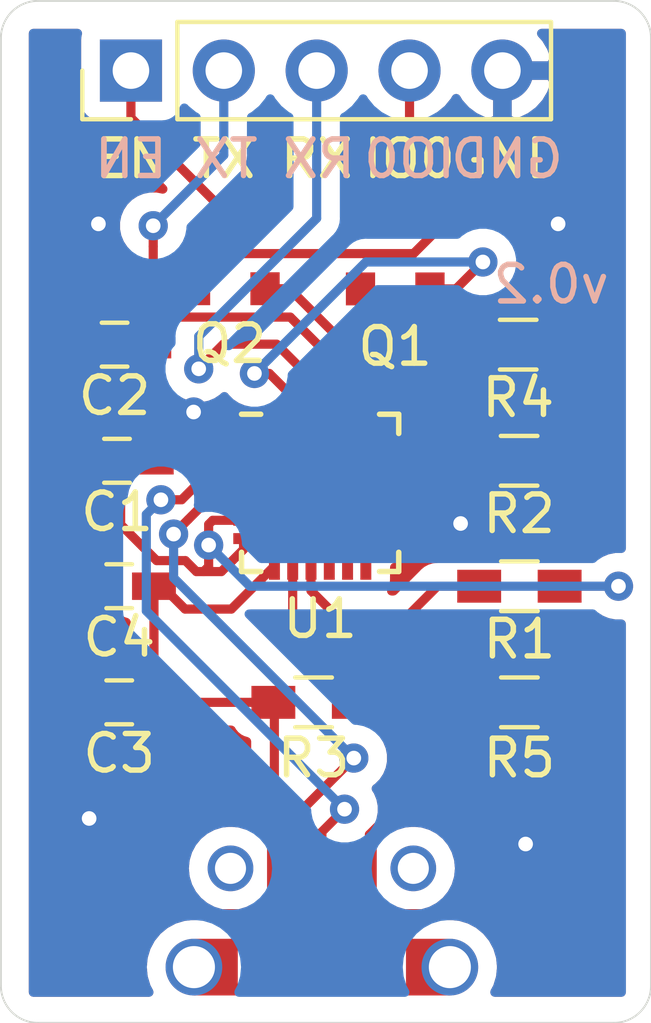
<source format=kicad_pcb>
(kicad_pcb (version 20171130) (host pcbnew "(5.1.2-1)-1")

  (general
    (thickness 1.6)
    (drawings 19)
    (tracks 152)
    (zones 0)
    (modules 14)
    (nets 29)
  )

  (page A4)
  (layers
    (0 F.Cu signal)
    (31 B.Cu signal)
    (32 B.Adhes user)
    (33 F.Adhes user)
    (34 B.Paste user)
    (35 F.Paste user)
    (36 B.SilkS user)
    (37 F.SilkS user)
    (38 B.Mask user)
    (39 F.Mask user)
    (40 Dwgs.User user)
    (41 Cmts.User user)
    (42 Eco1.User user)
    (43 Eco2.User user)
    (44 Edge.Cuts user)
    (45 Margin user)
    (46 B.CrtYd user)
    (47 F.CrtYd user)
    (48 B.Fab user)
    (49 F.Fab user hide)
  )

  (setup
    (last_trace_width 0.25)
    (user_trace_width 0.5)
    (trace_clearance 0.2)
    (zone_clearance 0.508)
    (zone_45_only no)
    (trace_min 0.2)
    (via_size 0.8)
    (via_drill 0.4)
    (via_min_size 0.4)
    (via_min_drill 0.3)
    (uvia_size 0.3)
    (uvia_drill 0.1)
    (uvias_allowed no)
    (uvia_min_size 0.2)
    (uvia_min_drill 0.1)
    (edge_width 0.05)
    (segment_width 0.2)
    (pcb_text_width 0.3)
    (pcb_text_size 1.5 1.5)
    (mod_edge_width 0.12)
    (mod_text_size 1 1)
    (mod_text_width 0.15)
    (pad_size 1.524 1.524)
    (pad_drill 0.762)
    (pad_to_mask_clearance 0)
    (aux_axis_origin 0 0)
    (visible_elements FFFFFF7F)
    (pcbplotparams
      (layerselection 0x010fc_ffffffff)
      (usegerberextensions false)
      (usegerberattributes false)
      (usegerberadvancedattributes false)
      (creategerberjobfile false)
      (excludeedgelayer true)
      (linewidth 0.100000)
      (plotframeref false)
      (viasonmask false)
      (mode 1)
      (useauxorigin false)
      (hpglpennumber 1)
      (hpglpenspeed 20)
      (hpglpendiameter 15.000000)
      (psnegative false)
      (psa4output false)
      (plotreference true)
      (plotvalue true)
      (plotinvisibletext false)
      (padsonsilk false)
      (subtractmaskfromsilk false)
      (outputformat 1)
      (mirror false)
      (drillshape 1)
      (scaleselection 1)
      (outputdirectory ""))
  )

  (net 0 "")
  (net 1 "Net-(C1-Pad1)")
  (net 2 GND)
  (net 3 "Net-(C3-Pad1)")
  (net 4 "Net-(J1-Pad4)")
  (net 5 "Net-(J1-Pad3)")
  (net 6 "Net-(J1-Pad2)")
  (net 7 "Net-(Q1-Pad1)")
  (net 8 /GPIO0)
  (net 9 /EN)
  (net 10 "Net-(Q2-Pad1)")
  (net 11 "Net-(R1-Pad2)")
  (net 12 "Net-(R3-Pad2)")
  (net 13 "Net-(U1-Pad1)")
  (net 14 "Net-(U1-Pad16)")
  (net 15 "Net-(U1-Pad17)")
  (net 16 "Net-(U1-Pad18)")
  (net 17 "Net-(U1-Pad15)")
  (net 18 "Net-(U1-Pad14)")
  (net 19 "Net-(U1-Pad13)")
  (net 20 "Net-(U1-Pad10)")
  (net 21 "Net-(U1-Pad11)")
  (net 22 "Net-(U1-Pad12)")
  (net 23 "Net-(U1-Pad22)")
  (net 24 /TX)
  (net 25 /RX)
  (net 26 "Net-(U1-Pad24)")
  (net 27 /DTR)
  (net 28 /RTS)

  (net_class Default "This is the default net class."
    (clearance 0.2)
    (trace_width 0.25)
    (via_dia 0.8)
    (via_drill 0.4)
    (uvia_dia 0.3)
    (uvia_drill 0.1)
    (add_net /DTR)
    (add_net /EN)
    (add_net /GPIO0)
    (add_net /RTS)
    (add_net /RX)
    (add_net /TX)
    (add_net GND)
    (add_net "Net-(C1-Pad1)")
    (add_net "Net-(C3-Pad1)")
    (add_net "Net-(J1-Pad2)")
    (add_net "Net-(J1-Pad3)")
    (add_net "Net-(J1-Pad4)")
    (add_net "Net-(Q1-Pad1)")
    (add_net "Net-(Q2-Pad1)")
    (add_net "Net-(R1-Pad2)")
    (add_net "Net-(R3-Pad2)")
    (add_net "Net-(U1-Pad1)")
    (add_net "Net-(U1-Pad10)")
    (add_net "Net-(U1-Pad11)")
    (add_net "Net-(U1-Pad12)")
    (add_net "Net-(U1-Pad13)")
    (add_net "Net-(U1-Pad14)")
    (add_net "Net-(U1-Pad15)")
    (add_net "Net-(U1-Pad16)")
    (add_net "Net-(U1-Pad17)")
    (add_net "Net-(U1-Pad18)")
    (add_net "Net-(U1-Pad22)")
    (add_net "Net-(U1-Pad24)")
  )

  (module Resistors_SMD:R_0603_HandSoldering (layer F.Cu) (tedit 58E0A804) (tstamp 5CD2E814)
    (at 147.3708 80.391 180)
    (descr "Resistor SMD 0603, hand soldering")
    (tags "resistor 0603")
    (path /5CD352C9)
    (attr smd)
    (fp_text reference R4 (at 0 -1.45) (layer F.SilkS)
      (effects (font (size 1 1) (thickness 0.15)))
    )
    (fp_text value "10 kΩ" (at 0 1.55) (layer F.Fab)
      (effects (font (size 1 1) (thickness 0.15)))
    )
    (fp_text user %R (at 0 0) (layer F.Fab)
      (effects (font (size 0.4 0.4) (thickness 0.075)))
    )
    (fp_line (start -0.8 0.4) (end -0.8 -0.4) (layer F.Fab) (width 0.1))
    (fp_line (start 0.8 0.4) (end -0.8 0.4) (layer F.Fab) (width 0.1))
    (fp_line (start 0.8 -0.4) (end 0.8 0.4) (layer F.Fab) (width 0.1))
    (fp_line (start -0.8 -0.4) (end 0.8 -0.4) (layer F.Fab) (width 0.1))
    (fp_line (start 0.5 0.68) (end -0.5 0.68) (layer F.SilkS) (width 0.12))
    (fp_line (start -0.5 -0.68) (end 0.5 -0.68) (layer F.SilkS) (width 0.12))
    (fp_line (start -1.96 -0.7) (end 1.95 -0.7) (layer F.CrtYd) (width 0.05))
    (fp_line (start -1.96 -0.7) (end -1.96 0.7) (layer F.CrtYd) (width 0.05))
    (fp_line (start 1.95 0.7) (end 1.95 -0.7) (layer F.CrtYd) (width 0.05))
    (fp_line (start 1.95 0.7) (end -1.96 0.7) (layer F.CrtYd) (width 0.05))
    (pad 1 smd rect (at -1.1 0 180) (size 1.2 0.9) (layers F.Cu F.Paste F.Mask)
      (net 10 "Net-(Q2-Pad1)"))
    (pad 2 smd rect (at 1.1 0 180) (size 1.2 0.9) (layers F.Cu F.Paste F.Mask)
      (net 27 /DTR))
    (model ${KISYS3DMOD}/Resistors_SMD.3dshapes/R_0603.wrl
      (at (xyz 0 0 0))
      (scale (xyz 1 1 1))
      (rotate (xyz 0 0 0))
    )
  )

  (module Resistors_SMD:R_0603_HandSoldering (layer F.Cu) (tedit 58E0A804) (tstamp 5CFAF5FD)
    (at 147.3962 83.566 180)
    (descr "Resistor SMD 0603, hand soldering")
    (tags "resistor 0603")
    (path /5CD3C513)
    (attr smd)
    (fp_text reference R2 (at 0 -1.45) (layer F.SilkS)
      (effects (font (size 1 1) (thickness 0.15)))
    )
    (fp_text value "10 kΩ" (at 0 1.55) (layer F.Fab)
      (effects (font (size 1 1) (thickness 0.15)))
    )
    (fp_text user %R (at 0 0) (layer F.Fab)
      (effects (font (size 0.4 0.4) (thickness 0.075)))
    )
    (fp_line (start -0.8 0.4) (end -0.8 -0.4) (layer F.Fab) (width 0.1))
    (fp_line (start 0.8 0.4) (end -0.8 0.4) (layer F.Fab) (width 0.1))
    (fp_line (start 0.8 -0.4) (end 0.8 0.4) (layer F.Fab) (width 0.1))
    (fp_line (start -0.8 -0.4) (end 0.8 -0.4) (layer F.Fab) (width 0.1))
    (fp_line (start 0.5 0.68) (end -0.5 0.68) (layer F.SilkS) (width 0.12))
    (fp_line (start -0.5 -0.68) (end 0.5 -0.68) (layer F.SilkS) (width 0.12))
    (fp_line (start -1.96 -0.7) (end 1.95 -0.7) (layer F.CrtYd) (width 0.05))
    (fp_line (start -1.96 -0.7) (end -1.96 0.7) (layer F.CrtYd) (width 0.05))
    (fp_line (start 1.95 0.7) (end 1.95 -0.7) (layer F.CrtYd) (width 0.05))
    (fp_line (start 1.95 0.7) (end -1.96 0.7) (layer F.CrtYd) (width 0.05))
    (pad 1 smd rect (at -1.1 0 180) (size 1.2 0.9) (layers F.Cu F.Paste F.Mask)
      (net 7 "Net-(Q1-Pad1)"))
    (pad 2 smd rect (at 1.1 0 180) (size 1.2 0.9) (layers F.Cu F.Paste F.Mask)
      (net 28 /RTS))
    (model ${KISYS3DMOD}/Resistors_SMD.3dshapes/R_0603.wrl
      (at (xyz 0 0 0))
      (scale (xyz 1 1 1))
      (rotate (xyz 0 0 0))
    )
  )

  (module 10118194-0001lf-circle:10118194-0001lf-circle (layer F.Cu) (tedit 5981C9DE) (tstamp 5CD2F44C)
    (at 142.002 94.709)
    (path /5CD04A17)
    (fp_text reference J1 (at 1.63 8.1) (layer F.SilkS) hide
      (effects (font (size 1 1) (thickness 0.15)))
    )
    (fp_text value USB_B_Micro (at 1.38 5.4) (layer F.Fab)
      (effects (font (size 1 1) (thickness 0.15)))
    )
    (fp_line (start 3.945 4.15) (end 3.945 0) (layer F.Fab) (width 0.15))
    (fp_line (start -3.945 4.15) (end -3.945 0) (layer F.Fab) (width 0.15))
    (fp_line (start -3.945 4.15) (end 3.945 4.15) (layer F.Fab) (width 0.15))
    (pad "" smd rect (at 2.9 2.7) (size 1.2 1.55) (layers F.Cu F.Paste F.Mask))
    (pad "" smd rect (at -2.9 2.7) (size 1.2 1.55) (layers F.Cu F.Paste F.Mask))
    (pad "" thru_hole oval (at 3.5 2.7) (size 1.55 1.55) (drill oval 1.15) (layers *.Cu *.Mask))
    (pad "" thru_hole oval (at -3.5 2.7) (size 1.55 1.55) (drill oval 1.15) (layers *.Cu *.Mask))
    (pad "" smd rect (at 1 2.7) (size 1.5 1.55) (layers F.Cu F.Paste F.Mask))
    (pad "" smd rect (at -1 2.7) (size 1.5 1.55) (layers F.Cu F.Paste F.Mask))
    (pad "" thru_hole oval (at 2.5 0) (size 1.25 1.25) (drill oval 0.85) (layers *.Cu *.Mask))
    (pad "" thru_hole oval (at -2.5 0) (size 1.25 1.25) (drill oval 0.85) (layers *.Cu *.Mask))
    (pad 5 smd rect (at 1.3 0) (size 0.4 1.35) (layers F.Cu F.Paste F.Mask)
      (net 2 GND))
    (pad 4 smd rect (at 0.65 0) (size 0.4 1.35) (layers F.Cu F.Paste F.Mask)
      (net 4 "Net-(J1-Pad4)"))
    (pad 3 smd rect (at 0 0) (size 0.4 1.35) (layers F.Cu F.Paste F.Mask)
      (net 5 "Net-(J1-Pad3)"))
    (pad 2 smd rect (at -0.65 0) (size 0.4 1.35) (layers F.Cu F.Paste F.Mask)
      (net 6 "Net-(J1-Pad2)"))
    (pad 1 smd rect (at -1.3 0) (size 0.4 1.35) (layers F.Cu F.Paste F.Mask)
      (net 3 "Net-(C3-Pad1)"))
  )

  (module Capacitors_SMD:C_0603_HandSoldering (layer F.Cu) (tedit 58AA848B) (tstamp 5CD2E7A2)
    (at 136.398 83.566 180)
    (descr "Capacitor SMD 0603, hand soldering")
    (tags "capacitor 0603")
    (path /5CD1963C)
    (attr smd)
    (fp_text reference C1 (at 0 -1.397) (layer F.SilkS)
      (effects (font (size 1 1) (thickness 0.15)))
    )
    (fp_text value 4.7uF (at 0 1.5) (layer F.Fab)
      (effects (font (size 1 1) (thickness 0.15)))
    )
    (fp_text user %R (at 0 -1.25) (layer F.Fab)
      (effects (font (size 1 1) (thickness 0.15)))
    )
    (fp_line (start -0.8 0.4) (end -0.8 -0.4) (layer F.Fab) (width 0.1))
    (fp_line (start 0.8 0.4) (end -0.8 0.4) (layer F.Fab) (width 0.1))
    (fp_line (start 0.8 -0.4) (end 0.8 0.4) (layer F.Fab) (width 0.1))
    (fp_line (start -0.8 -0.4) (end 0.8 -0.4) (layer F.Fab) (width 0.1))
    (fp_line (start -0.35 -0.6) (end 0.35 -0.6) (layer F.SilkS) (width 0.12))
    (fp_line (start 0.35 0.6) (end -0.35 0.6) (layer F.SilkS) (width 0.12))
    (fp_line (start -1.8 -0.65) (end 1.8 -0.65) (layer F.CrtYd) (width 0.05))
    (fp_line (start -1.8 -0.65) (end -1.8 0.65) (layer F.CrtYd) (width 0.05))
    (fp_line (start 1.8 0.65) (end 1.8 -0.65) (layer F.CrtYd) (width 0.05))
    (fp_line (start 1.8 0.65) (end -1.8 0.65) (layer F.CrtYd) (width 0.05))
    (pad 1 smd rect (at -0.95 0 180) (size 1.2 0.75) (layers F.Cu F.Paste F.Mask)
      (net 1 "Net-(C1-Pad1)"))
    (pad 2 smd rect (at 0.95 0 180) (size 1.2 0.75) (layers F.Cu F.Paste F.Mask)
      (net 2 GND))
    (model Capacitors_SMD.3dshapes/C_0603.wrl
      (at (xyz 0 0 0))
      (scale (xyz 1 1 1))
      (rotate (xyz 0 0 0))
    )
  )

  (module Capacitors_SMD:C_0603_HandSoldering (layer F.Cu) (tedit 58AA848B) (tstamp 5CD2E97F)
    (at 136.332 80.391 180)
    (descr "Capacitor SMD 0603, hand soldering")
    (tags "capacitor 0603")
    (path /5CD19636)
    (attr smd)
    (fp_text reference C2 (at 0 -1.397) (layer F.SilkS)
      (effects (font (size 1 1) (thickness 0.15)))
    )
    (fp_text value 0.1uF (at 0 1.5) (layer F.Fab)
      (effects (font (size 1 1) (thickness 0.15)))
    )
    (fp_line (start 1.8 0.65) (end -1.8 0.65) (layer F.CrtYd) (width 0.05))
    (fp_line (start 1.8 0.65) (end 1.8 -0.65) (layer F.CrtYd) (width 0.05))
    (fp_line (start -1.8 -0.65) (end -1.8 0.65) (layer F.CrtYd) (width 0.05))
    (fp_line (start -1.8 -0.65) (end 1.8 -0.65) (layer F.CrtYd) (width 0.05))
    (fp_line (start 0.35 0.6) (end -0.35 0.6) (layer F.SilkS) (width 0.12))
    (fp_line (start -0.35 -0.6) (end 0.35 -0.6) (layer F.SilkS) (width 0.12))
    (fp_line (start -0.8 -0.4) (end 0.8 -0.4) (layer F.Fab) (width 0.1))
    (fp_line (start 0.8 -0.4) (end 0.8 0.4) (layer F.Fab) (width 0.1))
    (fp_line (start 0.8 0.4) (end -0.8 0.4) (layer F.Fab) (width 0.1))
    (fp_line (start -0.8 0.4) (end -0.8 -0.4) (layer F.Fab) (width 0.1))
    (fp_text user %R (at 0 -1.25) (layer F.Fab)
      (effects (font (size 1 1) (thickness 0.15)))
    )
    (pad 2 smd rect (at 0.95 0 180) (size 1.2 0.75) (layers F.Cu F.Paste F.Mask)
      (net 2 GND))
    (pad 1 smd rect (at -0.95 0 180) (size 1.2 0.75) (layers F.Cu F.Paste F.Mask)
      (net 1 "Net-(C1-Pad1)"))
    (model Capacitors_SMD.3dshapes/C_0603.wrl
      (at (xyz 0 0 0))
      (scale (xyz 1 1 1))
      (rotate (xyz 0 0 0))
    )
  )

  (module Capacitors_SMD:C_0603_HandSoldering (layer F.Cu) (tedit 58AA848B) (tstamp 5CD2E904)
    (at 136.459 90.17 180)
    (descr "Capacitor SMD 0603, hand soldering")
    (tags "capacitor 0603")
    (path /5CD06B90)
    (attr smd)
    (fp_text reference C3 (at 0 -1.397) (layer F.SilkS)
      (effects (font (size 1 1) (thickness 0.15)))
    )
    (fp_text value 4.7uF (at 0 1.5) (layer F.Fab)
      (effects (font (size 1 1) (thickness 0.15)))
    )
    (fp_text user %R (at 0 -1.25) (layer F.Fab)
      (effects (font (size 1 1) (thickness 0.15)))
    )
    (fp_line (start -0.8 0.4) (end -0.8 -0.4) (layer F.Fab) (width 0.1))
    (fp_line (start 0.8 0.4) (end -0.8 0.4) (layer F.Fab) (width 0.1))
    (fp_line (start 0.8 -0.4) (end 0.8 0.4) (layer F.Fab) (width 0.1))
    (fp_line (start -0.8 -0.4) (end 0.8 -0.4) (layer F.Fab) (width 0.1))
    (fp_line (start -0.35 -0.6) (end 0.35 -0.6) (layer F.SilkS) (width 0.12))
    (fp_line (start 0.35 0.6) (end -0.35 0.6) (layer F.SilkS) (width 0.12))
    (fp_line (start -1.8 -0.65) (end 1.8 -0.65) (layer F.CrtYd) (width 0.05))
    (fp_line (start -1.8 -0.65) (end -1.8 0.65) (layer F.CrtYd) (width 0.05))
    (fp_line (start 1.8 0.65) (end 1.8 -0.65) (layer F.CrtYd) (width 0.05))
    (fp_line (start 1.8 0.65) (end -1.8 0.65) (layer F.CrtYd) (width 0.05))
    (pad 1 smd rect (at -0.95 0 180) (size 1.2 0.75) (layers F.Cu F.Paste F.Mask)
      (net 3 "Net-(C3-Pad1)"))
    (pad 2 smd rect (at 0.95 0 180) (size 1.2 0.75) (layers F.Cu F.Paste F.Mask)
      (net 2 GND))
    (model Capacitors_SMD.3dshapes/C_0603.wrl
      (at (xyz 0 0 0))
      (scale (xyz 1 1 1))
      (rotate (xyz 0 0 0))
    )
  )

  (module Capacitors_SMD:C_0603_HandSoldering (layer F.Cu) (tedit 58AA848B) (tstamp 5CD2E8D4)
    (at 136.459 86.995 180)
    (descr "Capacitor SMD 0603, hand soldering")
    (tags "capacitor 0603")
    (path /5CD083C6)
    (attr smd)
    (fp_text reference C4 (at 0 -1.397) (layer F.SilkS)
      (effects (font (size 1 1) (thickness 0.15)))
    )
    (fp_text value 0.1uF (at 0 1.5) (layer F.Fab)
      (effects (font (size 1 1) (thickness 0.15)))
    )
    (fp_line (start 1.8 0.65) (end -1.8 0.65) (layer F.CrtYd) (width 0.05))
    (fp_line (start 1.8 0.65) (end 1.8 -0.65) (layer F.CrtYd) (width 0.05))
    (fp_line (start -1.8 -0.65) (end -1.8 0.65) (layer F.CrtYd) (width 0.05))
    (fp_line (start -1.8 -0.65) (end 1.8 -0.65) (layer F.CrtYd) (width 0.05))
    (fp_line (start 0.35 0.6) (end -0.35 0.6) (layer F.SilkS) (width 0.12))
    (fp_line (start -0.35 -0.6) (end 0.35 -0.6) (layer F.SilkS) (width 0.12))
    (fp_line (start -0.8 -0.4) (end 0.8 -0.4) (layer F.Fab) (width 0.1))
    (fp_line (start 0.8 -0.4) (end 0.8 0.4) (layer F.Fab) (width 0.1))
    (fp_line (start 0.8 0.4) (end -0.8 0.4) (layer F.Fab) (width 0.1))
    (fp_line (start -0.8 0.4) (end -0.8 -0.4) (layer F.Fab) (width 0.1))
    (fp_text user %R (at 0 -1.25) (layer F.Fab)
      (effects (font (size 1 1) (thickness 0.15)))
    )
    (pad 2 smd rect (at 0.95 0 180) (size 1.2 0.75) (layers F.Cu F.Paste F.Mask)
      (net 2 GND))
    (pad 1 smd rect (at -0.95 0 180) (size 1.2 0.75) (layers F.Cu F.Paste F.Mask)
      (net 3 "Net-(C3-Pad1)"))
    (model Capacitors_SMD.3dshapes/C_0603.wrl
      (at (xyz 0 0 0))
      (scale (xyz 1 1 1))
      (rotate (xyz 0 0 0))
    )
  )

  (module Resistors_SMD:R_0603_HandSoldering (layer F.Cu) (tedit 58E0A804) (tstamp 5CD2E8A4)
    (at 147.404 86.995 180)
    (descr "Resistor SMD 0603, hand soldering")
    (tags "resistor 0603")
    (path /5CD0A7EB)
    (attr smd)
    (fp_text reference R1 (at 0 -1.45) (layer F.SilkS)
      (effects (font (size 1 1) (thickness 0.15)))
    )
    (fp_text value "1 kΩ" (at 0 1.55) (layer F.Fab)
      (effects (font (size 1 1) (thickness 0.15)))
    )
    (fp_line (start 1.95 0.7) (end -1.96 0.7) (layer F.CrtYd) (width 0.05))
    (fp_line (start 1.95 0.7) (end 1.95 -0.7) (layer F.CrtYd) (width 0.05))
    (fp_line (start -1.96 -0.7) (end -1.96 0.7) (layer F.CrtYd) (width 0.05))
    (fp_line (start -1.96 -0.7) (end 1.95 -0.7) (layer F.CrtYd) (width 0.05))
    (fp_line (start -0.5 -0.68) (end 0.5 -0.68) (layer F.SilkS) (width 0.12))
    (fp_line (start 0.5 0.68) (end -0.5 0.68) (layer F.SilkS) (width 0.12))
    (fp_line (start -0.8 -0.4) (end 0.8 -0.4) (layer F.Fab) (width 0.1))
    (fp_line (start 0.8 -0.4) (end 0.8 0.4) (layer F.Fab) (width 0.1))
    (fp_line (start 0.8 0.4) (end -0.8 0.4) (layer F.Fab) (width 0.1))
    (fp_line (start -0.8 0.4) (end -0.8 -0.4) (layer F.Fab) (width 0.1))
    (fp_text user %R (at 0 0) (layer F.Fab)
      (effects (font (size 0.4 0.4) (thickness 0.075)))
    )
    (pad 2 smd rect (at 1.1 0 180) (size 1.2 0.9) (layers F.Cu F.Paste F.Mask)
      (net 11 "Net-(R1-Pad2)"))
    (pad 1 smd rect (at -1.1 0 180) (size 1.2 0.9) (layers F.Cu F.Paste F.Mask)
      (net 1 "Net-(C1-Pad1)"))
    (model ${KISYS3DMOD}/Resistors_SMD.3dshapes/R_0603.wrl
      (at (xyz 0 0 0))
      (scale (xyz 1 1 1))
      (rotate (xyz 0 0 0))
    )
  )

  (module Resistors_SMD:R_0603_HandSoldering (layer F.Cu) (tedit 58E0A804) (tstamp 5CD2E844)
    (at 141.775 90.17)
    (descr "Resistor SMD 0603, hand soldering")
    (tags "resistor 0603")
    (path /5CD20DE1)
    (attr smd)
    (fp_text reference R3 (at 0 1.524) (layer F.SilkS)
      (effects (font (size 1 1) (thickness 0.15)))
    )
    (fp_text value "22.1 kΩ" (at 0 1.55) (layer F.Fab)
      (effects (font (size 1 1) (thickness 0.15)))
    )
    (fp_text user %R (at 0 0) (layer F.Fab)
      (effects (font (size 0.4 0.4) (thickness 0.075)))
    )
    (fp_line (start -0.8 0.4) (end -0.8 -0.4) (layer F.Fab) (width 0.1))
    (fp_line (start 0.8 0.4) (end -0.8 0.4) (layer F.Fab) (width 0.1))
    (fp_line (start 0.8 -0.4) (end 0.8 0.4) (layer F.Fab) (width 0.1))
    (fp_line (start -0.8 -0.4) (end 0.8 -0.4) (layer F.Fab) (width 0.1))
    (fp_line (start 0.5 0.68) (end -0.5 0.68) (layer F.SilkS) (width 0.12))
    (fp_line (start -0.5 -0.68) (end 0.5 -0.68) (layer F.SilkS) (width 0.12))
    (fp_line (start -1.96 -0.7) (end 1.95 -0.7) (layer F.CrtYd) (width 0.05))
    (fp_line (start -1.96 -0.7) (end -1.96 0.7) (layer F.CrtYd) (width 0.05))
    (fp_line (start 1.95 0.7) (end 1.95 -0.7) (layer F.CrtYd) (width 0.05))
    (fp_line (start 1.95 0.7) (end -1.96 0.7) (layer F.CrtYd) (width 0.05))
    (pad 1 smd rect (at -1.1 0) (size 1.2 0.9) (layers F.Cu F.Paste F.Mask)
      (net 3 "Net-(C3-Pad1)"))
    (pad 2 smd rect (at 1.1 0) (size 1.2 0.9) (layers F.Cu F.Paste F.Mask)
      (net 12 "Net-(R3-Pad2)"))
    (model ${KISYS3DMOD}/Resistors_SMD.3dshapes/R_0603.wrl
      (at (xyz 0 0 0))
      (scale (xyz 1 1 1))
      (rotate (xyz 0 0 0))
    )
  )

  (module Resistors_SMD:R_0603_HandSoldering (layer F.Cu) (tedit 58E0A804) (tstamp 5CD2E7E4)
    (at 147.404 90.17)
    (descr "Resistor SMD 0603, hand soldering")
    (tags "resistor 0603")
    (path /5CD2208F)
    (attr smd)
    (fp_text reference R5 (at 0 1.524) (layer F.SilkS)
      (effects (font (size 1 1) (thickness 0.15)))
    )
    (fp_text value "47.5 kΩ" (at 0 1.55) (layer F.Fab)
      (effects (font (size 1 1) (thickness 0.15)))
    )
    (fp_line (start 1.95 0.7) (end -1.96 0.7) (layer F.CrtYd) (width 0.05))
    (fp_line (start 1.95 0.7) (end 1.95 -0.7) (layer F.CrtYd) (width 0.05))
    (fp_line (start -1.96 -0.7) (end -1.96 0.7) (layer F.CrtYd) (width 0.05))
    (fp_line (start -1.96 -0.7) (end 1.95 -0.7) (layer F.CrtYd) (width 0.05))
    (fp_line (start -0.5 -0.68) (end 0.5 -0.68) (layer F.SilkS) (width 0.12))
    (fp_line (start 0.5 0.68) (end -0.5 0.68) (layer F.SilkS) (width 0.12))
    (fp_line (start -0.8 -0.4) (end 0.8 -0.4) (layer F.Fab) (width 0.1))
    (fp_line (start 0.8 -0.4) (end 0.8 0.4) (layer F.Fab) (width 0.1))
    (fp_line (start 0.8 0.4) (end -0.8 0.4) (layer F.Fab) (width 0.1))
    (fp_line (start -0.8 0.4) (end -0.8 -0.4) (layer F.Fab) (width 0.1))
    (fp_text user %R (at 0 0) (layer F.Fab)
      (effects (font (size 0.4 0.4) (thickness 0.075)))
    )
    (pad 2 smd rect (at 1.1 0) (size 1.2 0.9) (layers F.Cu F.Paste F.Mask)
      (net 2 GND))
    (pad 1 smd rect (at -1.1 0) (size 1.2 0.9) (layers F.Cu F.Paste F.Mask)
      (net 12 "Net-(R3-Pad2)"))
    (model ${KISYS3DMOD}/Resistors_SMD.3dshapes/R_0603.wrl
      (at (xyz 0 0 0))
      (scale (xyz 1 1 1))
      (rotate (xyz 0 0 0))
    )
  )

  (module Pin_Headers:Pin_Header_Straight_1x05_Pitch2.54mm (layer F.Cu) (tedit 59650532) (tstamp 5CD2EDB7)
    (at 136.779 72.898 90)
    (descr "Through hole straight pin header, 1x05, 2.54mm pitch, single row")
    (tags "Through hole pin header THT 1x05 2.54mm single row")
    (path /5CD3182A)
    (fp_text reference J2 (at 0 -2.33 90) (layer F.SilkS) hide
      (effects (font (size 1 1) (thickness 0.15)))
    )
    (fp_text value Conn_01x05 (at 0 12.49 90) (layer F.Fab)
      (effects (font (size 1 1) (thickness 0.15)))
    )
    (fp_text user %R (at 0 5.08) (layer F.Fab)
      (effects (font (size 1 1) (thickness 0.15)))
    )
    (fp_line (start 1.8 -1.8) (end -1.8 -1.8) (layer F.CrtYd) (width 0.05))
    (fp_line (start 1.8 11.95) (end 1.8 -1.8) (layer F.CrtYd) (width 0.05))
    (fp_line (start -1.8 11.95) (end 1.8 11.95) (layer F.CrtYd) (width 0.05))
    (fp_line (start -1.8 -1.8) (end -1.8 11.95) (layer F.CrtYd) (width 0.05))
    (fp_line (start -1.33 -1.33) (end 0 -1.33) (layer F.SilkS) (width 0.12))
    (fp_line (start -1.33 0) (end -1.33 -1.33) (layer F.SilkS) (width 0.12))
    (fp_line (start -1.33 1.27) (end 1.33 1.27) (layer F.SilkS) (width 0.12))
    (fp_line (start 1.33 1.27) (end 1.33 11.49) (layer F.SilkS) (width 0.12))
    (fp_line (start -1.33 1.27) (end -1.33 11.49) (layer F.SilkS) (width 0.12))
    (fp_line (start -1.33 11.49) (end 1.33 11.49) (layer F.SilkS) (width 0.12))
    (fp_line (start -1.27 -0.635) (end -0.635 -1.27) (layer F.Fab) (width 0.1))
    (fp_line (start -1.27 11.43) (end -1.27 -0.635) (layer F.Fab) (width 0.1))
    (fp_line (start 1.27 11.43) (end -1.27 11.43) (layer F.Fab) (width 0.1))
    (fp_line (start 1.27 -1.27) (end 1.27 11.43) (layer F.Fab) (width 0.1))
    (fp_line (start -0.635 -1.27) (end 1.27 -1.27) (layer F.Fab) (width 0.1))
    (pad 5 thru_hole oval (at 0 10.16 90) (size 1.7 1.7) (drill 1) (layers *.Cu *.Mask)
      (net 2 GND))
    (pad 4 thru_hole oval (at 0 7.62 90) (size 1.7 1.7) (drill 1) (layers *.Cu *.Mask)
      (net 8 /GPIO0))
    (pad 3 thru_hole oval (at 0 5.08 90) (size 1.7 1.7) (drill 1) (layers *.Cu *.Mask)
      (net 24 /TX))
    (pad 2 thru_hole oval (at 0 2.54 90) (size 1.7 1.7) (drill 1) (layers *.Cu *.Mask)
      (net 25 /RX))
    (pad 1 thru_hole rect (at 0 0 90) (size 1.7 1.7) (drill 1) (layers *.Cu *.Mask)
      (net 9 /EN))
    (model ${KISYS3DMOD}/Pin_Headers.3dshapes/Pin_Header_Straight_1x05_Pitch2.54mm.wrl
      (at (xyz 0 0 0))
      (scale (xyz 1 1 1))
      (rotate (xyz 0 0 0))
    )
  )

  (module Housings_DFN_QFN:QFN-24-1EP_4x4mm_Pitch0.5mm (layer F.Cu) (tedit 54130A77) (tstamp 5CD666F2)
    (at 141.954 84.443)
    (descr "24-Lead Plastic Quad Flat, No Lead Package (MJ) - 4x4x0.9 mm Body [QFN]; (see Microchip Packaging Specification 00000049BS.pdf)")
    (tags "QFN 0.5")
    (path /5CD01C5A)
    (attr smd)
    (fp_text reference U1 (at 0 3.441) (layer F.SilkS)
      (effects (font (size 1 1) (thickness 0.15)))
    )
    (fp_text value CP2102N-A01-GQFN24 (at 0 3.375) (layer F.Fab)
      (effects (font (size 1 1) (thickness 0.15)))
    )
    (fp_line (start 2.15 -2.15) (end 1.625 -2.15) (layer F.SilkS) (width 0.15))
    (fp_line (start 2.15 2.15) (end 1.625 2.15) (layer F.SilkS) (width 0.15))
    (fp_line (start -2.15 2.15) (end -1.625 2.15) (layer F.SilkS) (width 0.15))
    (fp_line (start -2.15 -2.15) (end -1.625 -2.15) (layer F.SilkS) (width 0.15))
    (fp_line (start 2.15 2.15) (end 2.15 1.625) (layer F.SilkS) (width 0.15))
    (fp_line (start -2.15 2.15) (end -2.15 1.625) (layer F.SilkS) (width 0.15))
    (fp_line (start 2.15 -2.15) (end 2.15 -1.625) (layer F.SilkS) (width 0.15))
    (fp_line (start -2.65 2.65) (end 2.65 2.65) (layer F.CrtYd) (width 0.05))
    (fp_line (start -2.65 -2.65) (end 2.65 -2.65) (layer F.CrtYd) (width 0.05))
    (fp_line (start 2.65 -2.65) (end 2.65 2.65) (layer F.CrtYd) (width 0.05))
    (fp_line (start -2.65 -2.65) (end -2.65 2.65) (layer F.CrtYd) (width 0.05))
    (fp_line (start -2 -1) (end -1 -2) (layer F.Fab) (width 0.15))
    (fp_line (start -2 2) (end -2 -1) (layer F.Fab) (width 0.15))
    (fp_line (start 2 2) (end -2 2) (layer F.Fab) (width 0.15))
    (fp_line (start 2 -2) (end 2 2) (layer F.Fab) (width 0.15))
    (fp_line (start -1 -2) (end 2 -2) (layer F.Fab) (width 0.15))
    (pad 25 smd rect (at -0.65 -0.65) (size 1.3 1.3) (layers F.Cu F.Paste F.Mask)
      (net 2 GND) (solder_paste_margin_ratio -0.2))
    (pad 25 smd rect (at -0.65 0.65) (size 1.3 1.3) (layers F.Cu F.Paste F.Mask)
      (net 2 GND) (solder_paste_margin_ratio -0.2))
    (pad 25 smd rect (at 0.65 -0.65) (size 1.3 1.3) (layers F.Cu F.Paste F.Mask)
      (net 2 GND) (solder_paste_margin_ratio -0.2))
    (pad 25 smd rect (at 0.65 0.65) (size 1.3 1.3) (layers F.Cu F.Paste F.Mask)
      (net 2 GND) (solder_paste_margin_ratio -0.2))
    (pad 24 smd rect (at -1.25 -1.95 90) (size 0.85 0.3) (layers F.Cu F.Paste F.Mask)
      (net 26 "Net-(U1-Pad24)"))
    (pad 23 smd rect (at -0.75 -1.95 90) (size 0.85 0.3) (layers F.Cu F.Paste F.Mask)
      (net 27 /DTR))
    (pad 22 smd rect (at -0.25 -1.95 90) (size 0.85 0.3) (layers F.Cu F.Paste F.Mask)
      (net 23 "Net-(U1-Pad22)"))
    (pad 21 smd rect (at 0.25 -1.95 90) (size 0.85 0.3) (layers F.Cu F.Paste F.Mask)
      (net 24 /TX))
    (pad 20 smd rect (at 0.75 -1.95 90) (size 0.85 0.3) (layers F.Cu F.Paste F.Mask)
      (net 25 /RX))
    (pad 19 smd rect (at 1.25 -1.95 90) (size 0.85 0.3) (layers F.Cu F.Paste F.Mask)
      (net 28 /RTS))
    (pad 18 smd rect (at 1.95 -1.25) (size 0.85 0.3) (layers F.Cu F.Paste F.Mask)
      (net 16 "Net-(U1-Pad18)"))
    (pad 17 smd rect (at 1.95 -0.75) (size 0.85 0.3) (layers F.Cu F.Paste F.Mask)
      (net 15 "Net-(U1-Pad17)"))
    (pad 16 smd rect (at 1.95 -0.25) (size 0.85 0.3) (layers F.Cu F.Paste F.Mask)
      (net 14 "Net-(U1-Pad16)"))
    (pad 15 smd rect (at 1.95 0.25) (size 0.85 0.3) (layers F.Cu F.Paste F.Mask)
      (net 17 "Net-(U1-Pad15)"))
    (pad 14 smd rect (at 1.95 0.75) (size 0.85 0.3) (layers F.Cu F.Paste F.Mask)
      (net 18 "Net-(U1-Pad14)"))
    (pad 13 smd rect (at 1.95 1.25) (size 0.85 0.3) (layers F.Cu F.Paste F.Mask)
      (net 19 "Net-(U1-Pad13)"))
    (pad 12 smd rect (at 1.25 1.95 90) (size 0.85 0.3) (layers F.Cu F.Paste F.Mask)
      (net 22 "Net-(U1-Pad12)"))
    (pad 11 smd rect (at 0.75 1.95 90) (size 0.85 0.3) (layers F.Cu F.Paste F.Mask)
      (net 21 "Net-(U1-Pad11)"))
    (pad 10 smd rect (at 0.25 1.95 90) (size 0.85 0.3) (layers F.Cu F.Paste F.Mask)
      (net 20 "Net-(U1-Pad10)"))
    (pad 9 smd rect (at -0.25 1.95 90) (size 0.85 0.3) (layers F.Cu F.Paste F.Mask)
      (net 11 "Net-(R1-Pad2)"))
    (pad 8 smd rect (at -0.75 1.95 90) (size 0.85 0.3) (layers F.Cu F.Paste F.Mask)
      (net 12 "Net-(R3-Pad2)"))
    (pad 7 smd rect (at -1.25 1.95 90) (size 0.85 0.3) (layers F.Cu F.Paste F.Mask)
      (net 3 "Net-(C3-Pad1)"))
    (pad 6 smd rect (at -1.95 1.25) (size 0.85 0.3) (layers F.Cu F.Paste F.Mask)
      (net 1 "Net-(C1-Pad1)"))
    (pad 5 smd rect (at -1.95 0.75) (size 0.85 0.3) (layers F.Cu F.Paste F.Mask)
      (net 1 "Net-(C1-Pad1)"))
    (pad 4 smd rect (at -1.95 0.25) (size 0.85 0.3) (layers F.Cu F.Paste F.Mask)
      (net 6 "Net-(J1-Pad2)"))
    (pad 3 smd rect (at -1.95 -0.25) (size 0.85 0.3) (layers F.Cu F.Paste F.Mask)
      (net 5 "Net-(J1-Pad3)"))
    (pad 2 smd rect (at -1.95 -0.75) (size 0.85 0.3) (layers F.Cu F.Paste F.Mask)
      (net 2 GND))
    (pad 1 smd rect (at -1.95 -1.25) (size 0.85 0.3) (layers F.Cu F.Paste F.Mask)
      (net 13 "Net-(U1-Pad1)"))
    (model ${KISYS3DMOD}/Housings_DFN_QFN.3dshapes/QFN-24-1EP_4x4mm_Pitch0.5mm.wrl
      (at (xyz 0 0 0))
      (scale (xyz 1 1 1))
      (rotate (xyz 0 0 0))
    )
  )

  (module mmbt2222alt1g:mmbt2222alt1g (layer F.Cu) (tedit 59244EE3) (tstamp 5CFAF4FD)
    (at 143.0578 78.867)
    (path /5CFDD0F3)
    (fp_text reference Q1 (at 0.9462 1.5748) (layer F.SilkS)
      (effects (font (size 1 1) (thickness 0.15)))
    )
    (fp_text value MMBT2222ALT1G (at 0.95 1.9) (layer F.Fab)
      (effects (font (size 1 1) (thickness 0.15)))
    )
    (pad 3 smd rect (at 0.95 -1.9) (size 0.8 0.9) (layers F.Cu F.Paste F.Mask)
      (net 8 /GPIO0))
    (pad 2 smd rect (at 1.9 0) (size 0.8 0.9) (layers F.Cu F.Paste F.Mask)
      (net 27 /DTR))
    (pad 1 smd rect (at 0 0) (size 0.8 0.9) (layers F.Cu F.Paste F.Mask)
      (net 7 "Net-(Q1-Pad1)"))
  )

  (module mmbt2222alt1g:mmbt2222alt1g (layer F.Cu) (tedit 59244EE3) (tstamp 5CFAF545)
    (at 138.5468 78.862)
    (path /5CFEB52D)
    (fp_text reference Q2 (at 0.9292 1.5036) (layer F.SilkS)
      (effects (font (size 1 1) (thickness 0.15)))
    )
    (fp_text value MMBT2222ALT1G (at 0.95 1.9) (layer F.Fab)
      (effects (font (size 1 1) (thickness 0.15)))
    )
    (pad 1 smd rect (at 0 0) (size 0.8 0.9) (layers F.Cu F.Paste F.Mask)
      (net 10 "Net-(Q2-Pad1)"))
    (pad 2 smd rect (at 1.9 0) (size 0.8 0.9) (layers F.Cu F.Paste F.Mask)
      (net 28 /RTS))
    (pad 3 smd rect (at 0.95 -1.9) (size 0.8 0.9) (layers F.Cu F.Paste F.Mask)
      (net 9 /EN))
  )

  (gr_text v0.2 (at 148.2725 78.74) (layer B.SilkS)
    (effects (font (size 1 1) (thickness 0.15)) (justify mirror))
  )
  (gr_text EN (at 136.779 75.311) (layer B.SilkS)
    (effects (font (size 1 1) (thickness 0.15)) (justify mirror))
  )
  (gr_text TX (at 139.3825 75.311) (layer B.SilkS)
    (effects (font (size 1 1) (thickness 0.15)) (justify mirror))
  )
  (gr_text RX (at 141.9225 75.311) (layer B.SilkS)
    (effects (font (size 1 1) (thickness 0.15)) (justify mirror))
  )
  (gr_text IO0 (at 144.399 75.311) (layer B.SilkS)
    (effects (font (size 1 1) (thickness 0.15)) (justify mirror))
  )
  (gr_text GND (at 147.066 75.311) (layer B.SilkS)
    (effects (font (size 1 1) (thickness 0.15)) (justify mirror))
  )
  (gr_line (start 149.987 70.993) (end 134.239 70.993) (layer Edge.Cuts) (width 0.05) (tstamp 5CD2F548))
  (gr_line (start 151.003 97.917) (end 151.003 72.009) (layer Edge.Cuts) (width 0.05) (tstamp 5CD2F547))
  (gr_line (start 134.239 98.933) (end 149.987 98.933) (layer Edge.Cuts) (width 0.05) (tstamp 5CD2F546))
  (gr_line (start 133.223 72.009) (end 133.223 97.917) (layer Edge.Cuts) (width 0.05) (tstamp 5CD2F545))
  (gr_arc (start 134.239 97.917) (end 133.223 97.917) (angle -90) (layer Edge.Cuts) (width 0.05))
  (gr_arc (start 134.239 72.009) (end 134.239 70.993) (angle -90) (layer Edge.Cuts) (width 0.05))
  (gr_arc (start 149.987 72.009) (end 151.003 72.009) (angle -90) (layer Edge.Cuts) (width 0.05))
  (gr_arc (start 149.987 97.917) (end 149.987 98.933) (angle -90) (layer Edge.Cuts) (width 0.05))
  (gr_text GND (at 147.066 75.311) (layer F.SilkS)
    (effects (font (size 1 1) (thickness 0.15)))
  )
  (gr_text IO0 (at 144.399 75.311) (layer F.SilkS) (tstamp 5CD2F4A6)
    (effects (font (size 1 1) (thickness 0.15)))
  )
  (gr_text RX (at 141.859 75.311) (layer F.SilkS)
    (effects (font (size 1 1) (thickness 0.15)))
  )
  (gr_text TX (at 139.319 75.311) (layer F.SilkS)
    (effects (font (size 1 1) (thickness 0.15)))
  )
  (gr_text EN (at 136.779 75.311) (layer F.SilkS)
    (effects (font (size 1 1) (thickness 0.15)))
  )

  (segment (start 136.498 84.191) (end 137.123 83.566) (width 0.25) (layer F.Cu) (net 1))
  (segment (start 136.498 85.310504) (end 136.498 84.191) (width 0.25) (layer F.Cu) (net 1))
  (segment (start 137.123 83.566) (end 137.348 83.566) (width 0.25) (layer F.Cu) (net 1))
  (segment (start 137.482495 86.294999) (end 136.498 85.310504) (width 0.25) (layer F.Cu) (net 1))
  (segment (start 137.057 80.391) (end 137.282 80.391) (width 0.25) (layer F.Cu) (net 1))
  (segment (start 137.348 80.682) (end 137.057 80.391) (width 0.25) (layer F.Cu) (net 1))
  (segment (start 137.348 83.566) (end 137.348 80.682) (width 0.25) (layer F.Cu) (net 1))
  (via (at 150.114 86.995) (size 0.8) (drill 0.4) (layers F.Cu B.Cu) (net 1) (tstamp 5CD2E9A9))
  (segment (start 150.114 86.995) (end 148.504 86.995) (width 0.25) (layer F.Cu) (net 1) (tstamp 5CD2E9C7))
  (segment (start 138.269001 86.294999) (end 137.482495 86.294999) (width 0.25) (layer F.Cu) (net 1))
  (segment (start 139.859 85.693) (end 139.859 85.989311) (width 0.25) (layer F.Cu) (net 1))
  (segment (start 139.859 85.989311) (end 139.253019 86.595292) (width 0.25) (layer F.Cu) (net 1))
  (via (at 138.905018 85.870291) (size 0.8) (drill 0.4) (layers F.Cu B.Cu) (net 1))
  (segment (start 139.954 85.193) (end 139.016624 85.193) (width 0.25) (layer F.Cu) (net 1))
  (segment (start 139.305017 86.27029) (end 138.905018 85.870291) (width 0.25) (layer B.Cu) (net 1))
  (segment (start 139.016624 85.193) (end 138.905018 85.304606) (width 0.25) (layer F.Cu) (net 1))
  (segment (start 140.029727 86.995) (end 139.305017 86.27029) (width 0.25) (layer B.Cu) (net 1))
  (segment (start 150.114 86.995) (end 140.029727 86.995) (width 0.25) (layer B.Cu) (net 1))
  (segment (start 138.905018 85.304606) (end 138.905018 85.870291) (width 0.25) (layer F.Cu) (net 1))
  (segment (start 138.569294 86.595292) (end 138.269001 86.294999) (width 0.25) (layer F.Cu) (net 1))
  (segment (start 138.905018 85.870291) (end 138.905018 86.456482) (width 0.25) (layer F.Cu) (net 1))
  (segment (start 138.905018 86.456482) (end 138.766208 86.595292) (width 0.25) (layer F.Cu) (net 1))
  (segment (start 138.766208 86.595292) (end 138.569294 86.595292) (width 0.25) (layer F.Cu) (net 1))
  (segment (start 139.253019 86.595292) (end 138.766208 86.595292) (width 0.25) (layer F.Cu) (net 1))
  (via (at 147.574 94.0435) (size 0.8) (drill 0.4) (layers F.Cu B.Cu) (net 2))
  (via (at 135.636 93.345) (size 0.8) (drill 0.4) (layers F.Cu B.Cu) (net 2))
  (segment (start 146.939 72.898) (end 146.939 75.565) (width 0.5) (layer F.Cu) (net 2))
  (via (at 148.463 77.089) (size 0.8) (drill 0.4) (layers F.Cu B.Cu) (net 2))
  (segment (start 146.939 75.565) (end 148.463 77.089) (width 0.5) (layer F.Cu) (net 2))
  (via (at 145.796 85.2805) (size 0.8) (drill 0.4) (layers F.Cu B.Cu) (net 2))
  (segment (start 143.302 93.784) (end 144.249 92.837) (width 0.25) (layer F.Cu) (net 2))
  (segment (start 143.302 94.709) (end 143.302 93.784) (width 0.25) (layer F.Cu) (net 2))
  (segment (start 146.3675 92.837) (end 147.574 94.0435) (width 0.25) (layer F.Cu) (net 2))
  (segment (start 144.249 92.837) (end 146.3675 92.837) (width 0.25) (layer F.Cu) (net 2))
  (segment (start 146.7485 95.9485) (end 147.574 95.123) (width 0.25) (layer F.Cu) (net 2))
  (segment (start 147.574 95.123) (end 147.574 94.0435) (width 0.25) (layer F.Cu) (net 2))
  (segment (start 135.636 93.345) (end 138.2395 95.9485) (width 0.25) (layer F.Cu) (net 2))
  (segment (start 143.302 95.931) (end 143.3195 95.9485) (width 0.25) (layer F.Cu) (net 2))
  (segment (start 143.302 94.709) (end 143.302 95.931) (width 0.25) (layer F.Cu) (net 2))
  (segment (start 143.3195 95.9485) (end 146.7485 95.9485) (width 0.25) (layer F.Cu) (net 2))
  (segment (start 138.2395 95.9485) (end 143.3195 95.9485) (width 0.25) (layer F.Cu) (net 2))
  (segment (start 141.204 83.693) (end 141.304 83.793) (width 0.25) (layer F.Cu) (net 2))
  (segment (start 140.004 83.693) (end 141.204 83.693) (width 0.25) (layer F.Cu) (net 2))
  (via (at 138.4935 82.232498) (size 0.8) (drill 0.4) (layers F.Cu B.Cu) (net 2))
  (segment (start 140.004 83.693) (end 139.329 83.693) (width 0.25) (layer F.Cu) (net 2))
  (segment (start 138.4935 82.8575) (end 138.4935 82.798183) (width 0.25) (layer F.Cu) (net 2))
  (segment (start 139.329 83.693) (end 138.4935 82.8575) (width 0.25) (layer F.Cu) (net 2))
  (segment (start 138.4935 82.798183) (end 138.4935 82.232498) (width 0.25) (layer F.Cu) (net 2))
  (via (at 135.89 77.089) (size 0.8) (drill 0.4) (layers F.Cu B.Cu) (net 2))
  (segment (start 140.702 90.197) (end 140.675 90.17) (width 0.25) (layer F.Cu) (net 3))
  (segment (start 140.702 94.709) (end 140.702 90.197) (width 0.25) (layer F.Cu) (net 3))
  (segment (start 140.675 90.17) (end 137.409 90.17) (width 0.25) (layer F.Cu) (net 3))
  (segment (start 137.409 90.17) (end 137.409 86.995) (width 0.25) (layer F.Cu) (net 3))
  (segment (start 138.259 87.62) (end 139.527 87.62) (width 0.25) (layer F.Cu) (net 3))
  (segment (start 140.1484 86.9986) (end 140.704 86.443) (width 0.25) (layer F.Cu) (net 3))
  (segment (start 137.409 86.995) (end 137.634 86.995) (width 0.25) (layer F.Cu) (net 3))
  (segment (start 139.527 87.62) (end 140.1484 86.9986) (width 0.25) (layer F.Cu) (net 3))
  (segment (start 137.634 86.995) (end 138.259 87.62) (width 0.25) (layer F.Cu) (net 3))
  (segment (start 142.002 93.71) (end 142.621 93.091) (width 0.25) (layer F.Cu) (net 5) (tstamp 5CD2E9CD))
  (via (at 142.621 93.091) (size 0.8) (drill 0.4) (layers F.Cu B.Cu) (net 5) (tstamp 5CD2E9C4))
  (segment (start 142.002 94.709) (end 142.002 93.71) (width 0.25) (layer F.Cu) (net 5) (tstamp 5CD2E9D0))
  (via (at 137.59954 84.632097) (size 0.8) (drill 0.4) (layers F.Cu B.Cu) (net 5))
  (segment (start 139.954 84.193) (end 138.604322 84.193) (width 0.25) (layer F.Cu) (net 5))
  (segment (start 137.199541 85.032096) (end 137.59954 84.632097) (width 0.25) (layer B.Cu) (net 5))
  (segment (start 137.199541 87.669541) (end 137.199541 85.032096) (width 0.25) (layer B.Cu) (net 5))
  (segment (start 138.165225 84.632097) (end 137.59954 84.632097) (width 0.25) (layer F.Cu) (net 5))
  (segment (start 142.621 93.091) (end 137.199541 87.669541) (width 0.25) (layer B.Cu) (net 5))
  (segment (start 138.604322 84.193) (end 138.165225 84.632097) (width 0.25) (layer F.Cu) (net 5))
  (segment (start 141.352 93.981) (end 141.351 93.98) (width 0.25) (layer F.Cu) (net 6) (tstamp 5CD2EA0C))
  (segment (start 141.352 94.709) (end 141.352 93.981) (width 0.25) (layer F.Cu) (net 6) (tstamp 5CD2EA0F))
  (via (at 142.875 91.694) (size 0.8) (drill 0.4) (layers F.Cu B.Cu) (net 6) (tstamp 5CD2EA33))
  (segment (start 141.351 93.218) (end 142.875 91.694) (width 0.25) (layer F.Cu) (net 6) (tstamp 5CD2EA39))
  (segment (start 141.351 93.98) (end 141.351 93.218) (width 0.25) (layer F.Cu) (net 6) (tstamp 5CD2EA36))
  (segment (start 138.346499 85.16999) (end 137.9465 85.569989) (width 0.25) (layer F.Cu) (net 6))
  (segment (start 137.9465 86.135674) (end 137.9465 85.569989) (width 0.25) (layer B.Cu) (net 6))
  (segment (start 138.823489 84.693) (end 138.346499 85.16999) (width 0.25) (layer F.Cu) (net 6))
  (segment (start 142.875 91.694) (end 137.9465 86.7655) (width 0.25) (layer B.Cu) (net 6))
  (via (at 137.9465 85.569989) (size 0.8) (drill 0.4) (layers F.Cu B.Cu) (net 6))
  (segment (start 137.9465 86.7655) (end 137.9465 86.135674) (width 0.25) (layer B.Cu) (net 6))
  (segment (start 139.954 84.693) (end 138.823489 84.693) (width 0.25) (layer F.Cu) (net 6))
  (segment (start 148.4962 82.4816) (end 148.4962 83.566) (width 0.25) (layer F.Cu) (net 7))
  (segment (start 148.0312 82.0166) (end 148.4962 82.4816) (width 0.25) (layer F.Cu) (net 7))
  (segment (start 146.1574 82.0166) (end 148.0312 82.0166) (width 0.25) (layer F.Cu) (net 7))
  (segment (start 143.0578 78.917) (end 146.1574 82.0166) (width 0.25) (layer F.Cu) (net 7))
  (segment (start 143.0578 78.867) (end 143.0578 78.917) (width 0.25) (layer F.Cu) (net 7))
  (segment (start 144.018 76.967) (end 144.018 74.676) (width 0.25) (layer F.Cu) (net 8))
  (segment (start 144.399 74.295) (end 144.399 72.898) (width 0.25) (layer F.Cu) (net 8))
  (segment (start 144.018 74.676) (end 144.399 74.295) (width 0.25) (layer F.Cu) (net 8))
  (segment (start 139.507 76.917) (end 136.779 74.189) (width 0.25) (layer F.Cu) (net 9))
  (segment (start 139.507 76.967) (end 139.507 76.917) (width 0.25) (layer F.Cu) (net 9))
  (segment (start 136.779 74.189) (end 136.779 72.898) (width 0.25) (layer F.Cu) (net 9))
  (segment (start 143.204 82.193) (end 143.204 82.443) (width 0.25) (layer F.Cu) (net 28))
  (segment (start 138.557 78.867) (end 138.557 78.917) (width 0.25) (layer F.Cu) (net 10))
  (segment (start 138.5468 78.812) (end 139.457 77.9018) (width 0.25) (layer F.Cu) (net 10))
  (segment (start 138.5468 78.862) (end 138.5468 78.812) (width 0.25) (layer F.Cu) (net 10))
  (segment (start 144.508002 77.9018) (end 145.727202 76.6826) (width 0.25) (layer F.Cu) (net 10))
  (segment (start 139.457 77.9018) (end 144.508002 77.9018) (width 0.25) (layer F.Cu) (net 10))
  (segment (start 145.727202 76.6826) (end 146.6342 76.6826) (width 0.25) (layer F.Cu) (net 10))
  (segment (start 148.4708 78.5192) (end 148.4708 80.391) (width 0.25) (layer F.Cu) (net 10))
  (segment (start 146.6342 76.6826) (end 148.4708 78.5192) (width 0.25) (layer F.Cu) (net 10))
  (segment (start 141.704 87.118) (end 142.47 87.884) (width 0.25) (layer F.Cu) (net 11))
  (segment (start 141.704 86.443) (end 141.704 87.118) (width 0.25) (layer F.Cu) (net 11))
  (segment (start 142.47 87.884) (end 144.272 87.884) (width 0.25) (layer F.Cu) (net 11))
  (segment (start 145.161 86.995) (end 146.304 86.995) (width 0.25) (layer F.Cu) (net 11))
  (segment (start 144.272 87.884) (end 145.161 86.995) (width 0.25) (layer F.Cu) (net 11))
  (segment (start 141.204 87.118) (end 141.204 86.443) (width 0.25) (layer F.Cu) (net 12) (tstamp 5CD2EA03))
  (segment (start 142.725 90.17) (end 141.204 88.649) (width 0.25) (layer F.Cu) (net 12) (tstamp 5CD2E9E8))
  (segment (start 141.204 88.649) (end 141.204 87.118) (width 0.25) (layer F.Cu) (net 12) (tstamp 5CD66EDC))
  (segment (start 142.875 90.17) (end 142.725 90.17) (width 0.25) (layer F.Cu) (net 12) (tstamp 5CD2E9EB))
  (segment (start 142.875 90.17) (end 146.304 90.17) (width 0.25) (layer F.Cu) (net 12))
  (via (at 138.6332 81.0514) (size 0.8) (drill 0.4) (layers F.Cu B.Cu) (net 24))
  (segment (start 138.6332 81.0514) (end 138.6332 80.1624) (width 0.25) (layer B.Cu) (net 24))
  (segment (start 138.6332 80.1624) (end 141.859 76.9366) (width 0.25) (layer B.Cu) (net 24))
  (segment (start 141.859 76.9366) (end 141.859 72.898) (width 0.25) (layer B.Cu) (net 24))
  (segment (start 142.204 82.493) (end 142.204 81.818) (width 0.25) (layer F.Cu) (net 24))
  (segment (start 139.033199 80.651401) (end 138.6332 81.0514) (width 0.25) (layer F.Cu) (net 24))
  (segment (start 140.763199 80.377199) (end 139.307401 80.377199) (width 0.25) (layer F.Cu) (net 24))
  (segment (start 139.307401 80.377199) (end 139.033199 80.651401) (width 0.25) (layer F.Cu) (net 24))
  (segment (start 142.204 81.818) (end 140.763199 80.377199) (width 0.25) (layer F.Cu) (net 24))
  (via (at 137.3886 77.1398) (size 0.8) (drill 0.4) (layers F.Cu B.Cu) (net 25))
  (segment (start 139.319 75.2094) (end 139.319 72.898) (width 0.25) (layer B.Cu) (net 25))
  (segment (start 137.3886 77.1398) (end 139.319 75.2094) (width 0.25) (layer B.Cu) (net 25))
  (segment (start 137.3886 77.705485) (end 137.3886 77.1398) (width 0.25) (layer F.Cu) (net 25))
  (segment (start 141.136605 79.637001) (end 137.955401 79.637001) (width 0.25) (layer F.Cu) (net 25))
  (segment (start 137.955401 79.637001) (end 137.3886 79.0702) (width 0.25) (layer F.Cu) (net 25))
  (segment (start 142.704 81.204396) (end 141.136605 79.637001) (width 0.25) (layer F.Cu) (net 25))
  (segment (start 142.704 82.493) (end 142.704 81.204396) (width 0.25) (layer F.Cu) (net 25))
  (segment (start 137.3886 79.0702) (end 137.3886 77.705485) (width 0.25) (layer F.Cu) (net 25))
  (segment (start 144.9578 79.928) (end 144.9578 79.567) (width 0.25) (layer F.Cu) (net 27))
  (segment (start 144.9578 79.567) (end 144.9578 78.867) (width 0.25) (layer F.Cu) (net 27))
  (segment (start 145.4208 80.391) (end 144.9578 79.928) (width 0.25) (layer F.Cu) (net 27))
  (segment (start 146.2708 80.391) (end 145.4208 80.391) (width 0.25) (layer F.Cu) (net 27))
  (segment (start 144.9578 78.867) (end 144.9578 78.817) (width 0.25) (layer F.Cu) (net 27))
  (segment (start 144.9578 78.867) (end 144.9578 78.5622) (width 0.25) (layer F.Cu) (net 27))
  (segment (start 145.669 78.867) (end 146.4056 78.1304) (width 0.25) (layer F.Cu) (net 27))
  (via (at 146.4056 78.1304) (size 0.8) (drill 0.4) (layers F.Cu B.Cu) (net 27))
  (segment (start 144.9578 78.867) (end 145.669 78.867) (width 0.25) (layer F.Cu) (net 27))
  (segment (start 140.557199 80.778402) (end 140.1572 81.178401) (width 0.25) (layer B.Cu) (net 27))
  (segment (start 146.4056 78.1304) (end 143.205201 78.1304) (width 0.25) (layer B.Cu) (net 27))
  (via (at 140.1572 81.178401) (size 0.8) (drill 0.4) (layers F.Cu B.Cu) (net 27))
  (segment (start 143.205201 78.1304) (end 140.557199 80.778402) (width 0.25) (layer B.Cu) (net 27))
  (segment (start 141.204 82.493) (end 141.204 81.818) (width 0.25) (layer F.Cu) (net 27))
  (segment (start 140.564401 81.178401) (end 140.1572 81.178401) (width 0.25) (layer F.Cu) (net 27))
  (segment (start 141.204 81.818) (end 140.564401 81.178401) (width 0.25) (layer F.Cu) (net 27))
  (segment (start 140.4468 78.812) (end 140.4468 78.862) (width 0.25) (layer F.Cu) (net 28))
  (segment (start 146.2962 82.866) (end 144.4054 80.9752) (width 0.25) (layer F.Cu) (net 28))
  (segment (start 146.2962 83.566) (end 146.2962 82.866) (width 0.25) (layer F.Cu) (net 28))
  (segment (start 144.4054 80.9752) (end 143.2306 80.9752) (width 0.25) (layer F.Cu) (net 28))
  (segment (start 141.1174 78.862) (end 140.4468 78.862) (width 0.25) (layer F.Cu) (net 28))
  (segment (start 143.2306 80.9752) (end 141.1174 78.862) (width 0.25) (layer F.Cu) (net 28))
  (segment (start 143.204 81.0018) (end 143.204 82.493) (width 0.25) (layer F.Cu) (net 28))
  (segment (start 143.2306 80.9752) (end 143.204 81.0018) (width 0.25) (layer F.Cu) (net 28))

  (zone (net 2) (net_name GND) (layer B.Cu) (tstamp 5CD2FC0A) (hatch edge 0.508)
    (connect_pads (clearance 0.508))
    (min_thickness 0.254)
    (fill yes (arc_segments 32) (thermal_gap 0.508) (thermal_bridge_width 0.508))
    (polygon
      (pts
        (xy 133.985 71.755) (xy 150.3172 71.755) (xy 150.3172 98.2218) (xy 133.985 98.2218)
      )
    )
    (filled_polygon
      (pts
        (xy 135.303188 71.923518) (xy 135.290928 72.048) (xy 135.290928 73.748) (xy 135.303188 73.872482) (xy 135.339498 73.99218)
        (xy 135.398463 74.102494) (xy 135.477815 74.199185) (xy 135.574506 74.278537) (xy 135.68482 74.337502) (xy 135.804518 74.373812)
        (xy 135.929 74.386072) (xy 137.629 74.386072) (xy 137.753482 74.373812) (xy 137.87318 74.337502) (xy 137.983494 74.278537)
        (xy 138.080185 74.199185) (xy 138.159537 74.102494) (xy 138.218502 73.99218) (xy 138.239393 73.923313) (xy 138.263866 73.953134)
        (xy 138.489986 74.138706) (xy 138.559 74.175595) (xy 138.559 74.894598) (xy 137.348799 76.1048) (xy 137.286661 76.1048)
        (xy 137.086702 76.144574) (xy 136.898344 76.222595) (xy 136.728826 76.335863) (xy 136.584663 76.480026) (xy 136.471395 76.649544)
        (xy 136.393374 76.837902) (xy 136.3536 77.037861) (xy 136.3536 77.241739) (xy 136.393374 77.441698) (xy 136.471395 77.630056)
        (xy 136.584663 77.799574) (xy 136.728826 77.943737) (xy 136.898344 78.057005) (xy 137.086702 78.135026) (xy 137.286661 78.1748)
        (xy 137.490539 78.1748) (xy 137.690498 78.135026) (xy 137.878856 78.057005) (xy 138.048374 77.943737) (xy 138.192537 77.799574)
        (xy 138.305805 77.630056) (xy 138.383826 77.441698) (xy 138.4236 77.241739) (xy 138.4236 77.179601) (xy 139.830004 75.773198)
        (xy 139.859001 75.749401) (xy 139.953974 75.633676) (xy 140.024546 75.501647) (xy 140.068003 75.358386) (xy 140.079 75.246733)
        (xy 140.079 75.246723) (xy 140.082676 75.2094) (xy 140.079 75.172077) (xy 140.079 74.175595) (xy 140.148014 74.138706)
        (xy 140.374134 73.953134) (xy 140.559706 73.727014) (xy 140.589 73.672209) (xy 140.618294 73.727014) (xy 140.803866 73.953134)
        (xy 141.029986 74.138706) (xy 141.099001 74.175595) (xy 141.099 76.621798) (xy 138.122198 79.598601) (xy 138.0932 79.622399)
        (xy 138.069402 79.651397) (xy 138.069401 79.651398) (xy 137.998226 79.738124) (xy 137.927654 79.870154) (xy 137.89738 79.969958)
        (xy 137.884198 80.013414) (xy 137.8732 80.125067) (xy 137.8732 80.125078) (xy 137.869524 80.1624) (xy 137.8732 80.199722)
        (xy 137.8732 80.347689) (xy 137.829263 80.391626) (xy 137.715995 80.561144) (xy 137.637974 80.749502) (xy 137.5982 80.949461)
        (xy 137.5982 81.153339) (xy 137.637974 81.353298) (xy 137.715995 81.541656) (xy 137.829263 81.711174) (xy 137.973426 81.855337)
        (xy 138.142944 81.968605) (xy 138.331302 82.046626) (xy 138.531261 82.0864) (xy 138.735139 82.0864) (xy 138.935098 82.046626)
        (xy 139.123456 81.968605) (xy 139.292974 81.855337) (xy 139.335989 81.812322) (xy 139.353263 81.838175) (xy 139.497426 81.982338)
        (xy 139.666944 82.095606) (xy 139.855302 82.173627) (xy 140.055261 82.213401) (xy 140.259139 82.213401) (xy 140.459098 82.173627)
        (xy 140.647456 82.095606) (xy 140.816974 81.982338) (xy 140.961137 81.838175) (xy 141.074405 81.668657) (xy 141.152426 81.480299)
        (xy 141.1922 81.28034) (xy 141.1922 81.218202) (xy 143.520003 78.8904) (xy 145.701889 78.8904) (xy 145.745826 78.934337)
        (xy 145.915344 79.047605) (xy 146.103702 79.125626) (xy 146.303661 79.1654) (xy 146.507539 79.1654) (xy 146.707498 79.125626)
        (xy 146.895856 79.047605) (xy 147.065374 78.934337) (xy 147.209537 78.790174) (xy 147.322805 78.620656) (xy 147.400826 78.432298)
        (xy 147.4406 78.232339) (xy 147.4406 78.028461) (xy 147.400826 77.828502) (xy 147.322805 77.640144) (xy 147.209537 77.470626)
        (xy 147.065374 77.326463) (xy 146.895856 77.213195) (xy 146.707498 77.135174) (xy 146.507539 77.0954) (xy 146.303661 77.0954)
        (xy 146.103702 77.135174) (xy 145.915344 77.213195) (xy 145.745826 77.326463) (xy 145.701889 77.3704) (xy 143.242523 77.3704)
        (xy 143.2052 77.366724) (xy 143.167877 77.3704) (xy 143.167868 77.3704) (xy 143.056215 77.381397) (xy 142.912954 77.424854)
        (xy 142.780925 77.495426) (xy 142.6652 77.590399) (xy 142.641402 77.619397) (xy 140.117399 80.143401) (xy 140.055261 80.143401)
        (xy 139.855302 80.183175) (xy 139.666944 80.261196) (xy 139.497426 80.374464) (xy 139.454411 80.417479) (xy 139.453815 80.416586)
        (xy 142.370004 77.500398) (xy 142.399001 77.476601) (xy 142.441469 77.424854) (xy 142.493974 77.360877) (xy 142.564546 77.228847)
        (xy 142.569294 77.213195) (xy 142.608003 77.085586) (xy 142.619 76.973933) (xy 142.619 76.973924) (xy 142.622676 76.936601)
        (xy 142.619 76.899278) (xy 142.619 74.175595) (xy 142.688014 74.138706) (xy 142.914134 73.953134) (xy 143.099706 73.727014)
        (xy 143.129 73.672209) (xy 143.158294 73.727014) (xy 143.343866 73.953134) (xy 143.569986 74.138706) (xy 143.827966 74.276599)
        (xy 144.107889 74.361513) (xy 144.32605 74.383) (xy 144.47195 74.383) (xy 144.690111 74.361513) (xy 144.970034 74.276599)
        (xy 145.228014 74.138706) (xy 145.454134 73.953134) (xy 145.639706 73.727014) (xy 145.674201 73.662477) (xy 145.743822 73.779355)
        (xy 145.938731 73.995588) (xy 146.17208 74.169641) (xy 146.434901 74.294825) (xy 146.58211 74.339476) (xy 146.812 74.218155)
        (xy 146.812 73.025) (xy 147.066 73.025) (xy 147.066 74.218155) (xy 147.29589 74.339476) (xy 147.443099 74.294825)
        (xy 147.70592 74.169641) (xy 147.939269 73.995588) (xy 148.134178 73.779355) (xy 148.283157 73.529252) (xy 148.380481 73.254891)
        (xy 148.259814 73.025) (xy 147.066 73.025) (xy 146.812 73.025) (xy 146.792 73.025) (xy 146.792 72.771)
        (xy 146.812 72.771) (xy 146.812 72.751) (xy 147.066 72.751) (xy 147.066 72.771) (xy 148.259814 72.771)
        (xy 148.380481 72.541109) (xy 148.283157 72.266748) (xy 148.134178 72.016645) (xy 148.012811 71.882) (xy 150.1902 71.882)
        (xy 150.1902 85.96) (xy 150.012061 85.96) (xy 149.812102 85.999774) (xy 149.623744 86.077795) (xy 149.454226 86.191063)
        (xy 149.410289 86.235) (xy 140.344529 86.235) (xy 139.940018 85.83049) (xy 139.940018 85.768352) (xy 139.900244 85.568393)
        (xy 139.822223 85.380035) (xy 139.708955 85.210517) (xy 139.564792 85.066354) (xy 139.395274 84.953086) (xy 139.206916 84.875065)
        (xy 139.006957 84.835291) (xy 138.803079 84.835291) (xy 138.696677 84.856455) (xy 138.624539 84.784317) (xy 138.63454 84.734036)
        (xy 138.63454 84.530158) (xy 138.594766 84.330199) (xy 138.516745 84.141841) (xy 138.403477 83.972323) (xy 138.259314 83.82816)
        (xy 138.089796 83.714892) (xy 137.901438 83.636871) (xy 137.701479 83.597097) (xy 137.497601 83.597097) (xy 137.297642 83.636871)
        (xy 137.109284 83.714892) (xy 136.939766 83.82816) (xy 136.795603 83.972323) (xy 136.682335 84.141841) (xy 136.604314 84.330199)
        (xy 136.56454 84.530158) (xy 136.56454 84.607871) (xy 136.493995 84.73985) (xy 136.481488 84.781083) (xy 136.45298 84.875065)
        (xy 136.450539 84.883111) (xy 136.435865 85.032096) (xy 136.439542 85.069428) (xy 136.439541 87.632218) (xy 136.435865 87.669541)
        (xy 136.439541 87.706863) (xy 136.439541 87.706873) (xy 136.450538 87.818526) (xy 136.478955 87.912205) (xy 136.493995 87.961787)
        (xy 136.564567 88.093817) (xy 136.604412 88.142367) (xy 136.65954 88.209542) (xy 136.688544 88.233345) (xy 141.586 93.130802)
        (xy 141.586 93.192939) (xy 141.625774 93.392898) (xy 141.703795 93.581256) (xy 141.817063 93.750774) (xy 141.961226 93.894937)
        (xy 142.130744 94.008205) (xy 142.319102 94.086226) (xy 142.519061 94.126) (xy 142.722939 94.126) (xy 142.922898 94.086226)
        (xy 143.111256 94.008205) (xy 143.280774 93.894937) (xy 143.424937 93.750774) (xy 143.538205 93.581256) (xy 143.616226 93.392898)
        (xy 143.656 93.192939) (xy 143.656 92.989061) (xy 143.616226 92.789102) (xy 143.538205 92.600744) (xy 143.489655 92.528084)
        (xy 143.534774 92.497937) (xy 143.678937 92.353774) (xy 143.792205 92.184256) (xy 143.870226 91.995898) (xy 143.91 91.795939)
        (xy 143.91 91.592061) (xy 143.870226 91.392102) (xy 143.792205 91.203744) (xy 143.678937 91.034226) (xy 143.534774 90.890063)
        (xy 143.365256 90.776795) (xy 143.176898 90.698774) (xy 142.976939 90.659) (xy 142.914802 90.659) (xy 140.012811 87.75701)
        (xy 140.029727 87.758676) (xy 140.067052 87.755) (xy 149.410289 87.755) (xy 149.454226 87.798937) (xy 149.623744 87.912205)
        (xy 149.812102 87.990226) (xy 150.012061 88.03) (xy 150.1902 88.03) (xy 150.1902 98.0948) (xy 146.734214 98.0948)
        (xy 146.810973 97.951194) (xy 146.891598 97.685408) (xy 146.918822 97.409) (xy 146.891598 97.132592) (xy 146.810973 96.866806)
        (xy 146.680044 96.621856) (xy 146.503844 96.407156) (xy 146.289144 96.230956) (xy 146.044194 96.100027) (xy 145.778408 96.019402)
        (xy 145.571264 95.999) (xy 145.432736 95.999) (xy 145.225592 96.019402) (xy 144.959806 96.100027) (xy 144.714856 96.230956)
        (xy 144.500156 96.407156) (xy 144.323956 96.621856) (xy 144.193027 96.866806) (xy 144.112402 97.132592) (xy 144.085178 97.409)
        (xy 144.112402 97.685408) (xy 144.193027 97.951194) (xy 144.269786 98.0948) (xy 139.734214 98.0948) (xy 139.810973 97.951194)
        (xy 139.891598 97.685408) (xy 139.918822 97.409) (xy 139.891598 97.132592) (xy 139.810973 96.866806) (xy 139.680044 96.621856)
        (xy 139.503844 96.407156) (xy 139.289144 96.230956) (xy 139.044194 96.100027) (xy 138.778408 96.019402) (xy 138.571264 95.999)
        (xy 138.432736 95.999) (xy 138.225592 96.019402) (xy 137.959806 96.100027) (xy 137.714856 96.230956) (xy 137.500156 96.407156)
        (xy 137.323956 96.621856) (xy 137.193027 96.866806) (xy 137.112402 97.132592) (xy 137.085178 97.409) (xy 137.112402 97.685408)
        (xy 137.193027 97.951194) (xy 137.269786 98.0948) (xy 134.112 98.0948) (xy 134.112 94.709) (xy 138.235904 94.709)
        (xy 138.260232 94.956003) (xy 138.33228 95.193514) (xy 138.44928 95.412405) (xy 138.606735 95.604265) (xy 138.798595 95.76172)
        (xy 139.017486 95.87872) (xy 139.254997 95.950768) (xy 139.440107 95.969) (xy 139.563893 95.969) (xy 139.749003 95.950768)
        (xy 139.986514 95.87872) (xy 140.205405 95.76172) (xy 140.397265 95.604265) (xy 140.55472 95.412405) (xy 140.67172 95.193514)
        (xy 140.743768 94.956003) (xy 140.768096 94.709) (xy 143.235904 94.709) (xy 143.260232 94.956003) (xy 143.33228 95.193514)
        (xy 143.44928 95.412405) (xy 143.606735 95.604265) (xy 143.798595 95.76172) (xy 144.017486 95.87872) (xy 144.254997 95.950768)
        (xy 144.440107 95.969) (xy 144.563893 95.969) (xy 144.749003 95.950768) (xy 144.986514 95.87872) (xy 145.205405 95.76172)
        (xy 145.397265 95.604265) (xy 145.55472 95.412405) (xy 145.67172 95.193514) (xy 145.743768 94.956003) (xy 145.768096 94.709)
        (xy 145.743768 94.461997) (xy 145.67172 94.224486) (xy 145.55472 94.005595) (xy 145.397265 93.813735) (xy 145.205405 93.65628)
        (xy 144.986514 93.53928) (xy 144.749003 93.467232) (xy 144.563893 93.449) (xy 144.440107 93.449) (xy 144.254997 93.467232)
        (xy 144.017486 93.53928) (xy 143.798595 93.65628) (xy 143.606735 93.813735) (xy 143.44928 94.005595) (xy 143.33228 94.224486)
        (xy 143.260232 94.461997) (xy 143.235904 94.709) (xy 140.768096 94.709) (xy 140.743768 94.461997) (xy 140.67172 94.224486)
        (xy 140.55472 94.005595) (xy 140.397265 93.813735) (xy 140.205405 93.65628) (xy 139.986514 93.53928) (xy 139.749003 93.467232)
        (xy 139.563893 93.449) (xy 139.440107 93.449) (xy 139.254997 93.467232) (xy 139.017486 93.53928) (xy 138.798595 93.65628)
        (xy 138.606735 93.813735) (xy 138.44928 94.005595) (xy 138.33228 94.224486) (xy 138.260232 94.461997) (xy 138.235904 94.709)
        (xy 134.112 94.709) (xy 134.112 71.882) (xy 135.315782 71.882)
      )
    )
  )
  (zone (net 2) (net_name GND) (layer F.Cu) (tstamp 5CD2FC07) (hatch edge 0.508)
    (connect_pads (clearance 0.508))
    (min_thickness 0.254)
    (fill yes (arc_segments 32) (thermal_gap 0.508) (thermal_bridge_width 0.508))
    (polygon
      (pts
        (xy 133.985 71.755) (xy 150.3172 71.755) (xy 150.3172 98.2218) (xy 133.985 98.2218)
      )
    )
    (filled_polygon
      (pts
        (xy 135.303188 71.923518) (xy 135.290928 72.048) (xy 135.290928 73.748) (xy 135.303188 73.872482) (xy 135.339498 73.99218)
        (xy 135.398463 74.102494) (xy 135.477815 74.199185) (xy 135.574506 74.278537) (xy 135.68482 74.337502) (xy 135.804518 74.373812)
        (xy 135.929 74.386072) (xy 136.044584 74.386072) (xy 136.062152 74.443987) (xy 136.073454 74.481246) (xy 136.144026 74.613276)
        (xy 136.164864 74.638667) (xy 136.238999 74.729001) (xy 136.268003 74.752804) (xy 137.652143 76.136945) (xy 137.490539 76.1048)
        (xy 137.286661 76.1048) (xy 137.086702 76.144574) (xy 136.898344 76.222595) (xy 136.728826 76.335863) (xy 136.584663 76.480026)
        (xy 136.471395 76.649544) (xy 136.393374 76.837902) (xy 136.3536 77.037861) (xy 136.3536 77.241739) (xy 136.393374 77.441698)
        (xy 136.471395 77.630056) (xy 136.584663 77.799574) (xy 136.628601 77.843512) (xy 136.6286 79.032877) (xy 136.624924 79.0702)
        (xy 136.6286 79.107522) (xy 136.6286 79.107532) (xy 136.639597 79.219185) (xy 136.676632 79.341275) (xy 136.683054 79.362446)
        (xy 136.691329 79.377928) (xy 136.682 79.377928) (xy 136.557518 79.390188) (xy 136.43782 79.426498) (xy 136.332 79.483061)
        (xy 136.22618 79.426498) (xy 136.106482 79.390188) (xy 135.982 79.377928) (xy 135.66775 79.381) (xy 135.509 79.53975)
        (xy 135.509 80.264) (xy 135.529 80.264) (xy 135.529 80.518) (xy 135.509 80.518) (xy 135.509 81.24225)
        (xy 135.66775 81.401) (xy 135.982 81.404072) (xy 136.106482 81.391812) (xy 136.22618 81.355502) (xy 136.332 81.298939)
        (xy 136.43782 81.355502) (xy 136.557518 81.391812) (xy 136.588001 81.394814) (xy 136.588 82.575962) (xy 136.50382 82.601498)
        (xy 136.398 82.658061) (xy 136.29218 82.601498) (xy 136.172482 82.565188) (xy 136.048 82.552928) (xy 135.73375 82.556)
        (xy 135.575 82.71475) (xy 135.575 83.439) (xy 135.595 83.439) (xy 135.595 83.693) (xy 135.575 83.693)
        (xy 135.575 84.41725) (xy 135.73375 84.576) (xy 135.738001 84.576042) (xy 135.738 85.273181) (xy 135.734324 85.310504)
        (xy 135.738 85.347826) (xy 135.738 85.347836) (xy 135.748997 85.459489) (xy 135.790665 85.596852) (xy 135.792454 85.60275)
        (xy 135.863026 85.73478) (xy 135.879619 85.754998) (xy 135.957999 85.850505) (xy 135.987002 85.874308) (xy 136.094762 85.982067)
        (xy 135.79475 85.985) (xy 135.636 86.14375) (xy 135.636 86.868) (xy 135.656 86.868) (xy 135.656 87.122)
        (xy 135.636 87.122) (xy 135.636 87.84625) (xy 135.79475 88.005) (xy 136.109 88.008072) (xy 136.233482 87.995812)
        (xy 136.35318 87.959502) (xy 136.459 87.902939) (xy 136.56482 87.959502) (xy 136.649001 87.985038) (xy 136.649 89.179962)
        (xy 136.56482 89.205498) (xy 136.459 89.262061) (xy 136.35318 89.205498) (xy 136.233482 89.169188) (xy 136.109 89.156928)
        (xy 135.79475 89.16) (xy 135.636 89.31875) (xy 135.636 90.043) (xy 135.656 90.043) (xy 135.656 90.297)
        (xy 135.636 90.297) (xy 135.636 91.02125) (xy 135.79475 91.18) (xy 136.109 91.183072) (xy 136.233482 91.170812)
        (xy 136.35318 91.134502) (xy 136.459 91.077939) (xy 136.56482 91.134502) (xy 136.684518 91.170812) (xy 136.809 91.183072)
        (xy 138.009 91.183072) (xy 138.133482 91.170812) (xy 138.25318 91.134502) (xy 138.363494 91.075537) (xy 138.460185 90.996185)
        (xy 138.514501 90.93) (xy 139.52068 90.93) (xy 139.544463 90.974494) (xy 139.623815 91.071185) (xy 139.720506 91.150537)
        (xy 139.83082 91.209502) (xy 139.942001 91.243228) (xy 139.942 93.525777) (xy 139.749003 93.467232) (xy 139.563893 93.449)
        (xy 139.440107 93.449) (xy 139.254997 93.467232) (xy 139.017486 93.53928) (xy 138.798595 93.65628) (xy 138.606735 93.813735)
        (xy 138.44928 94.005595) (xy 138.33228 94.224486) (xy 138.260232 94.461997) (xy 138.235904 94.709) (xy 138.260232 94.956003)
        (xy 138.33228 95.193514) (xy 138.44928 95.412405) (xy 138.606735 95.604265) (xy 138.798595 95.76172) (xy 139.017486 95.87872)
        (xy 139.254997 95.950768) (xy 139.440107 95.969) (xy 139.563893 95.969) (xy 139.749003 95.950768) (xy 139.986514 95.87872)
        (xy 140.057578 95.840735) (xy 140.147506 95.914537) (xy 140.25782 95.973502) (xy 140.331749 95.995928) (xy 140.252 95.995928)
        (xy 140.127518 96.008188) (xy 140.00782 96.044498) (xy 139.977 96.060972) (xy 139.94618 96.044498) (xy 139.826482 96.008188)
        (xy 139.702 95.995928) (xy 138.502 95.995928) (xy 138.470808 95.999) (xy 138.432736 95.999) (xy 138.225592 96.019402)
        (xy 137.959806 96.100027) (xy 137.714856 96.230956) (xy 137.500156 96.407156) (xy 137.323956 96.621856) (xy 137.193027 96.866806)
        (xy 137.112402 97.132592) (xy 137.085178 97.409) (xy 137.112402 97.685408) (xy 137.193027 97.951194) (xy 137.269786 98.0948)
        (xy 134.112 98.0948) (xy 134.112 90.545) (xy 134.270928 90.545) (xy 134.283188 90.669482) (xy 134.319498 90.78918)
        (xy 134.378463 90.899494) (xy 134.457815 90.996185) (xy 134.554506 91.075537) (xy 134.66482 91.134502) (xy 134.784518 91.170812)
        (xy 134.909 91.183072) (xy 135.22325 91.18) (xy 135.382 91.02125) (xy 135.382 90.297) (xy 134.43275 90.297)
        (xy 134.274 90.45575) (xy 134.270928 90.545) (xy 134.112 90.545) (xy 134.112 89.795) (xy 134.270928 89.795)
        (xy 134.274 89.88425) (xy 134.43275 90.043) (xy 135.382 90.043) (xy 135.382 89.31875) (xy 135.22325 89.16)
        (xy 134.909 89.156928) (xy 134.784518 89.169188) (xy 134.66482 89.205498) (xy 134.554506 89.264463) (xy 134.457815 89.343815)
        (xy 134.378463 89.440506) (xy 134.319498 89.55082) (xy 134.283188 89.670518) (xy 134.270928 89.795) (xy 134.112 89.795)
        (xy 134.112 87.37) (xy 134.270928 87.37) (xy 134.283188 87.494482) (xy 134.319498 87.61418) (xy 134.378463 87.724494)
        (xy 134.457815 87.821185) (xy 134.554506 87.900537) (xy 134.66482 87.959502) (xy 134.784518 87.995812) (xy 134.909 88.008072)
        (xy 135.22325 88.005) (xy 135.382 87.84625) (xy 135.382 87.122) (xy 134.43275 87.122) (xy 134.274 87.28075)
        (xy 134.270928 87.37) (xy 134.112 87.37) (xy 134.112 86.62) (xy 134.270928 86.62) (xy 134.274 86.70925)
        (xy 134.43275 86.868) (xy 135.382 86.868) (xy 135.382 86.14375) (xy 135.22325 85.985) (xy 134.909 85.981928)
        (xy 134.784518 85.994188) (xy 134.66482 86.030498) (xy 134.554506 86.089463) (xy 134.457815 86.168815) (xy 134.378463 86.265506)
        (xy 134.319498 86.37582) (xy 134.283188 86.495518) (xy 134.270928 86.62) (xy 134.112 86.62) (xy 134.112 83.941)
        (xy 134.209928 83.941) (xy 134.222188 84.065482) (xy 134.258498 84.18518) (xy 134.317463 84.295494) (xy 134.396815 84.392185)
        (xy 134.493506 84.471537) (xy 134.60382 84.530502) (xy 134.723518 84.566812) (xy 134.848 84.579072) (xy 135.16225 84.576)
        (xy 135.321 84.41725) (xy 135.321 83.693) (xy 134.37175 83.693) (xy 134.213 83.85175) (xy 134.209928 83.941)
        (xy 134.112 83.941) (xy 134.112 83.191) (xy 134.209928 83.191) (xy 134.213 83.28025) (xy 134.37175 83.439)
        (xy 135.321 83.439) (xy 135.321 82.71475) (xy 135.16225 82.556) (xy 134.848 82.552928) (xy 134.723518 82.565188)
        (xy 134.60382 82.601498) (xy 134.493506 82.660463) (xy 134.396815 82.739815) (xy 134.317463 82.836506) (xy 134.258498 82.94682)
        (xy 134.222188 83.066518) (xy 134.209928 83.191) (xy 134.112 83.191) (xy 134.112 80.766) (xy 134.143928 80.766)
        (xy 134.156188 80.890482) (xy 134.192498 81.01018) (xy 134.251463 81.120494) (xy 134.330815 81.217185) (xy 134.427506 81.296537)
        (xy 134.53782 81.355502) (xy 134.657518 81.391812) (xy 134.782 81.404072) (xy 135.09625 81.401) (xy 135.255 81.24225)
        (xy 135.255 80.518) (xy 134.30575 80.518) (xy 134.147 80.67675) (xy 134.143928 80.766) (xy 134.112 80.766)
        (xy 134.112 80.016) (xy 134.143928 80.016) (xy 134.147 80.10525) (xy 134.30575 80.264) (xy 135.255 80.264)
        (xy 135.255 79.53975) (xy 135.09625 79.381) (xy 134.782 79.377928) (xy 134.657518 79.390188) (xy 134.53782 79.426498)
        (xy 134.427506 79.485463) (xy 134.330815 79.564815) (xy 134.251463 79.661506) (xy 134.192498 79.77182) (xy 134.156188 79.891518)
        (xy 134.143928 80.016) (xy 134.112 80.016) (xy 134.112 71.882) (xy 135.315782 71.882)
      )
    )
    (filled_polygon
      (pts
        (xy 147.452815 87.896185) (xy 147.549506 87.975537) (xy 147.65982 88.034502) (xy 147.779518 88.070812) (xy 147.904 88.083072)
        (xy 149.104 88.083072) (xy 149.228482 88.070812) (xy 149.34818 88.034502) (xy 149.458494 87.975537) (xy 149.555185 87.896185)
        (xy 149.570974 87.876946) (xy 149.623744 87.912205) (xy 149.812102 87.990226) (xy 150.012061 88.03) (xy 150.1902 88.03)
        (xy 150.1902 98.0948) (xy 146.734214 98.0948) (xy 146.810973 97.951194) (xy 146.891598 97.685408) (xy 146.918822 97.409)
        (xy 146.891598 97.132592) (xy 146.810973 96.866806) (xy 146.680044 96.621856) (xy 146.503844 96.407156) (xy 146.289144 96.230956)
        (xy 146.044194 96.100027) (xy 145.778408 96.019402) (xy 145.571264 95.999) (xy 145.533192 95.999) (xy 145.502 95.995928)
        (xy 144.302 95.995928) (xy 144.177518 96.008188) (xy 144.05782 96.044498) (xy 144.027 96.060972) (xy 143.99618 96.044498)
        (xy 143.876482 96.008188) (xy 143.752 95.995928) (xy 143.673286 95.995928) (xy 143.755576 95.969521) (xy 143.864933 95.9088)
        (xy 143.945683 95.84034) (xy 144.017486 95.87872) (xy 144.254997 95.950768) (xy 144.440107 95.969) (xy 144.563893 95.969)
        (xy 144.749003 95.950768) (xy 144.986514 95.87872) (xy 145.205405 95.76172) (xy 145.397265 95.604265) (xy 145.55472 95.412405)
        (xy 145.67172 95.193514) (xy 145.743768 94.956003) (xy 145.768096 94.709) (xy 145.743768 94.461997) (xy 145.67172 94.224486)
        (xy 145.55472 94.005595) (xy 145.397265 93.813735) (xy 145.205405 93.65628) (xy 144.986514 93.53928) (xy 144.749003 93.467232)
        (xy 144.563893 93.449) (xy 144.440107 93.449) (xy 144.254997 93.467232) (xy 144.017486 93.53928) (xy 143.945683 93.57766)
        (xy 143.864933 93.5092) (xy 143.755576 93.448479) (xy 143.636474 93.410259) (xy 143.610226 93.407382) (xy 143.616226 93.392898)
        (xy 143.656 93.192939) (xy 143.656 92.989061) (xy 143.616226 92.789102) (xy 143.538205 92.600744) (xy 143.489655 92.528084)
        (xy 143.534774 92.497937) (xy 143.678937 92.353774) (xy 143.792205 92.184256) (xy 143.870226 91.995898) (xy 143.91 91.795939)
        (xy 143.91 91.592061) (xy 143.870226 91.392102) (xy 143.792205 91.203744) (xy 143.775822 91.179226) (xy 143.829494 91.150537)
        (xy 143.926185 91.071185) (xy 144.005537 90.974494) (xy 144.02932 90.93) (xy 145.14968 90.93) (xy 145.173463 90.974494)
        (xy 145.252815 91.071185) (xy 145.349506 91.150537) (xy 145.45982 91.209502) (xy 145.579518 91.245812) (xy 145.704 91.258072)
        (xy 146.904 91.258072) (xy 147.028482 91.245812) (xy 147.14818 91.209502) (xy 147.258494 91.150537) (xy 147.355185 91.071185)
        (xy 147.404 91.011704) (xy 147.452815 91.071185) (xy 147.549506 91.150537) (xy 147.65982 91.209502) (xy 147.779518 91.245812)
        (xy 147.904 91.258072) (xy 148.21825 91.255) (xy 148.377 91.09625) (xy 148.377 90.297) (xy 148.631 90.297)
        (xy 148.631 91.09625) (xy 148.78975 91.255) (xy 149.104 91.258072) (xy 149.228482 91.245812) (xy 149.34818 91.209502)
        (xy 149.458494 91.150537) (xy 149.555185 91.071185) (xy 149.634537 90.974494) (xy 149.693502 90.86418) (xy 149.729812 90.744482)
        (xy 149.742072 90.62) (xy 149.739 90.45575) (xy 149.58025 90.297) (xy 148.631 90.297) (xy 148.377 90.297)
        (xy 148.357 90.297) (xy 148.357 90.043) (xy 148.377 90.043) (xy 148.377 89.24375) (xy 148.631 89.24375)
        (xy 148.631 90.043) (xy 149.58025 90.043) (xy 149.739 89.88425) (xy 149.742072 89.72) (xy 149.729812 89.595518)
        (xy 149.693502 89.47582) (xy 149.634537 89.365506) (xy 149.555185 89.268815) (xy 149.458494 89.189463) (xy 149.34818 89.130498)
        (xy 149.228482 89.094188) (xy 149.104 89.081928) (xy 148.78975 89.085) (xy 148.631 89.24375) (xy 148.377 89.24375)
        (xy 148.21825 89.085) (xy 147.904 89.081928) (xy 147.779518 89.094188) (xy 147.65982 89.130498) (xy 147.549506 89.189463)
        (xy 147.452815 89.268815) (xy 147.404 89.328296) (xy 147.355185 89.268815) (xy 147.258494 89.189463) (xy 147.14818 89.130498)
        (xy 147.028482 89.094188) (xy 146.904 89.081928) (xy 145.704 89.081928) (xy 145.579518 89.094188) (xy 145.45982 89.130498)
        (xy 145.349506 89.189463) (xy 145.252815 89.268815) (xy 145.173463 89.365506) (xy 145.14968 89.41) (xy 144.02932 89.41)
        (xy 144.005537 89.365506) (xy 143.926185 89.268815) (xy 143.829494 89.189463) (xy 143.71918 89.130498) (xy 143.599482 89.094188)
        (xy 143.475 89.081928) (xy 142.71173 89.081928) (xy 142.237458 88.607657) (xy 142.321014 88.633003) (xy 142.47 88.647677)
        (xy 142.507333 88.644) (xy 144.234678 88.644) (xy 144.272 88.647676) (xy 144.309322 88.644) (xy 144.309333 88.644)
        (xy 144.420986 88.633003) (xy 144.564247 88.589546) (xy 144.696276 88.518974) (xy 144.812001 88.424001) (xy 144.835803 88.394998)
        (xy 145.297744 87.933057) (xy 145.349506 87.975537) (xy 145.45982 88.034502) (xy 145.579518 88.070812) (xy 145.704 88.083072)
        (xy 146.904 88.083072) (xy 147.028482 88.070812) (xy 147.14818 88.034502) (xy 147.258494 87.975537) (xy 147.355185 87.896185)
        (xy 147.404 87.836704)
      )
    )
    (filled_polygon
      (pts
        (xy 143.510678 95.995928) (xy 143.429002 95.995928) (xy 143.429002 95.914252)
      )
    )
    (filled_polygon
      (pts
        (xy 143.174998 95.995928) (xy 143.093322 95.995928) (xy 143.138218 95.951032) (xy 143.174998 95.931372)
      )
    )
    (filled_polygon
      (pts
        (xy 150.1902 85.96) (xy 150.012061 85.96) (xy 149.812102 85.999774) (xy 149.623744 86.077795) (xy 149.570974 86.113054)
        (xy 149.555185 86.093815) (xy 149.458494 86.014463) (xy 149.34818 85.955498) (xy 149.228482 85.919188) (xy 149.104 85.906928)
        (xy 147.904 85.906928) (xy 147.779518 85.919188) (xy 147.65982 85.955498) (xy 147.549506 86.014463) (xy 147.452815 86.093815)
        (xy 147.404 86.153296) (xy 147.355185 86.093815) (xy 147.258494 86.014463) (xy 147.14818 85.955498) (xy 147.028482 85.919188)
        (xy 146.904 85.906928) (xy 145.704 85.906928) (xy 145.579518 85.919188) (xy 145.45982 85.955498) (xy 145.349506 86.014463)
        (xy 145.252815 86.093815) (xy 145.173463 86.190506) (xy 145.151125 86.232297) (xy 145.123677 86.235) (xy 145.123667 86.235)
        (xy 145.012014 86.245997) (xy 144.868753 86.289454) (xy 144.736724 86.360026) (xy 144.620999 86.454999) (xy 144.597201 86.483997)
        (xy 143.957199 87.124) (xy 143.910458 87.124) (xy 143.943502 87.06218) (xy 143.979812 86.942482) (xy 143.992072 86.818)
        (xy 143.992072 86.481072) (xy 144.329 86.481072) (xy 144.453482 86.468812) (xy 144.57318 86.432502) (xy 144.683494 86.373537)
        (xy 144.780185 86.294185) (xy 144.859537 86.197494) (xy 144.918502 86.08718) (xy 144.954812 85.967482) (xy 144.967072 85.843)
        (xy 144.967072 85.543) (xy 144.957223 85.443) (xy 144.967072 85.343) (xy 144.967072 85.043) (xy 144.957223 84.943)
        (xy 144.967072 84.843) (xy 144.967072 84.543) (xy 144.957223 84.443) (xy 144.967072 84.343) (xy 144.967072 84.043)
        (xy 144.957223 83.943) (xy 144.967072 83.843) (xy 144.967072 83.543) (xy 144.957223 83.443) (xy 144.967072 83.343)
        (xy 144.967072 83.043) (xy 144.954812 82.918518) (xy 144.918502 82.79882) (xy 144.859537 82.688506) (xy 144.780185 82.591815)
        (xy 144.683494 82.512463) (xy 144.57318 82.453498) (xy 144.453482 82.417188) (xy 144.329 82.404928) (xy 143.992072 82.404928)
        (xy 143.992072 82.068) (xy 143.979812 81.943518) (xy 143.964 81.891393) (xy 143.964 81.7352) (xy 144.090599 81.7352)
        (xy 145.148679 82.793281) (xy 145.106698 82.87182) (xy 145.070388 82.991518) (xy 145.058128 83.116) (xy 145.058128 84.016)
        (xy 145.070388 84.140482) (xy 145.106698 84.26018) (xy 145.165663 84.370494) (xy 145.245015 84.467185) (xy 145.341706 84.546537)
        (xy 145.45202 84.605502) (xy 145.571718 84.641812) (xy 145.6962 84.654072) (xy 146.8962 84.654072) (xy 147.020682 84.641812)
        (xy 147.14038 84.605502) (xy 147.250694 84.546537) (xy 147.347385 84.467185) (xy 147.3962 84.407704) (xy 147.445015 84.467185)
        (xy 147.541706 84.546537) (xy 147.65202 84.605502) (xy 147.771718 84.641812) (xy 147.8962 84.654072) (xy 149.0962 84.654072)
        (xy 149.220682 84.641812) (xy 149.34038 84.605502) (xy 149.450694 84.546537) (xy 149.547385 84.467185) (xy 149.626737 84.370494)
        (xy 149.685702 84.26018) (xy 149.722012 84.140482) (xy 149.734272 84.016) (xy 149.734272 83.116) (xy 149.722012 82.991518)
        (xy 149.685702 82.87182) (xy 149.626737 82.761506) (xy 149.547385 82.664815) (xy 149.450694 82.585463) (xy 149.34038 82.526498)
        (xy 149.257918 82.501483) (xy 149.259876 82.481599) (xy 149.2562 82.444276) (xy 149.2562 82.444267) (xy 149.245203 82.332614)
        (xy 149.201746 82.189353) (xy 149.131174 82.057324) (xy 149.036201 81.941599) (xy 149.007198 81.917797) (xy 148.595004 81.505603)
        (xy 148.573231 81.479072) (xy 149.0708 81.479072) (xy 149.195282 81.466812) (xy 149.31498 81.430502) (xy 149.425294 81.371537)
        (xy 149.521985 81.292185) (xy 149.601337 81.195494) (xy 149.660302 81.08518) (xy 149.696612 80.965482) (xy 149.708872 80.841)
        (xy 149.708872 79.941) (xy 149.696612 79.816518) (xy 149.660302 79.69682) (xy 149.601337 79.586506) (xy 149.521985 79.489815)
        (xy 149.425294 79.410463) (xy 149.31498 79.351498) (xy 149.2308 79.325962) (xy 149.2308 78.556533) (xy 149.234477 78.5192)
        (xy 149.219803 78.370214) (xy 149.176346 78.226953) (xy 149.105774 78.094924) (xy 149.034599 78.008197) (xy 149.010801 77.979199)
        (xy 148.981804 77.955402) (xy 147.198004 76.171603) (xy 147.174201 76.142599) (xy 147.058476 76.047626) (xy 146.926447 75.977054)
        (xy 146.783186 75.933597) (xy 146.671533 75.9226) (xy 146.671522 75.9226) (xy 146.6342 75.918924) (xy 146.596878 75.9226)
        (xy 145.764524 75.9226) (xy 145.727201 75.918924) (xy 145.689878 75.9226) (xy 145.689869 75.9226) (xy 145.578216 75.933597)
        (xy 145.434955 75.977054) (xy 145.302926 76.047626) (xy 145.187201 76.142599) (xy 145.163403 76.171597) (xy 145.012402 76.322598)
        (xy 144.997302 76.27282) (xy 144.938337 76.162506) (xy 144.858985 76.065815) (xy 144.778 75.999353) (xy 144.778 74.990801)
        (xy 144.909998 74.858803) (xy 144.939001 74.835001) (xy 145.033974 74.719276) (xy 145.104546 74.587247) (xy 145.148003 74.443986)
        (xy 145.159 74.332333) (xy 145.159 74.332324) (xy 145.162676 74.295001) (xy 145.159 74.257678) (xy 145.159 74.175595)
        (xy 145.228014 74.138706) (xy 145.454134 73.953134) (xy 145.639706 73.727014) (xy 145.674201 73.662477) (xy 145.743822 73.779355)
        (xy 145.938731 73.995588) (xy 146.17208 74.169641) (xy 146.434901 74.294825) (xy 146.58211 74.339476) (xy 146.812 74.218155)
        (xy 146.812 73.025) (xy 147.066 73.025) (xy 147.066 74.218155) (xy 147.29589 74.339476) (xy 147.443099 74.294825)
        (xy 147.70592 74.169641) (xy 147.939269 73.995588) (xy 148.134178 73.779355) (xy 148.283157 73.529252) (xy 148.380481 73.254891)
        (xy 148.259814 73.025) (xy 147.066 73.025) (xy 146.812 73.025) (xy 146.792 73.025) (xy 146.792 72.771)
        (xy 146.812 72.771) (xy 146.812 72.751) (xy 147.066 72.751) (xy 147.066 72.771) (xy 148.259814 72.771)
        (xy 148.380481 72.541109) (xy 148.283157 72.266748) (xy 148.134178 72.016645) (xy 148.012811 71.882) (xy 150.1902 71.882)
      )
    )
    (filled_polygon
      (pts
        (xy 141.431 83.666) (xy 142.477 83.666) (xy 142.477 83.646) (xy 142.731 83.646) (xy 142.731 83.666)
        (xy 142.751 83.666) (xy 142.751 83.92) (xy 142.731 83.92) (xy 142.731 84.966) (xy 142.751 84.966)
        (xy 142.751 85.22) (xy 142.731 85.22) (xy 142.731 85.24) (xy 142.477 85.24) (xy 142.477 85.22)
        (xy 141.431 85.22) (xy 141.431 85.24) (xy 141.177 85.24) (xy 141.177 85.22) (xy 141.157 85.22)
        (xy 141.157 84.966) (xy 141.177 84.966) (xy 141.177 84.443) (xy 141.315928 84.443) (xy 141.319 84.80725)
        (xy 141.431 84.91925) (xy 141.431 84.966) (xy 141.47775 84.966) (xy 141.58975 85.078) (xy 141.954 85.081072)
        (xy 142.31825 85.078) (xy 142.43025 84.966) (xy 142.477 84.966) (xy 142.477 84.91925) (xy 142.589 84.80725)
        (xy 142.592072 84.443) (xy 142.589 84.07875) (xy 142.477 83.96675) (xy 142.477 83.92) (xy 142.43025 83.92)
        (xy 142.31825 83.808) (xy 141.954 83.804928) (xy 141.58975 83.808) (xy 141.47775 83.92) (xy 141.431 83.92)
        (xy 141.431 83.96675) (xy 141.319 84.07875) (xy 141.315928 84.443) (xy 141.177 84.443) (xy 141.177 83.92)
        (xy 141.157 83.92) (xy 141.157 83.666) (xy 141.177 83.666) (xy 141.177 83.646) (xy 141.431 83.646)
      )
    )
    (filled_polygon
      (pts
        (xy 139.353263 81.838175) (xy 139.497426 81.982338) (xy 139.666944 82.095606) (xy 139.855302 82.173627) (xy 139.915928 82.185686)
        (xy 139.915928 82.404928) (xy 139.579 82.404928) (xy 139.454518 82.417188) (xy 139.33482 82.453498) (xy 139.224506 82.512463)
        (xy 139.127815 82.591815) (xy 139.048463 82.688506) (xy 138.989498 82.79882) (xy 138.953188 82.918518) (xy 138.940928 83.043)
        (xy 138.940928 83.343) (xy 138.949792 83.433) (xy 138.641645 83.433) (xy 138.604322 83.429324) (xy 138.586072 83.431121)
        (xy 138.586072 83.191) (xy 138.573812 83.066518) (xy 138.537502 82.94682) (xy 138.478537 82.836506) (xy 138.399185 82.739815)
        (xy 138.302494 82.660463) (xy 138.19218 82.601498) (xy 138.108 82.575962) (xy 138.108 81.945256) (xy 138.142944 81.968605)
        (xy 138.331302 82.046626) (xy 138.531261 82.0864) (xy 138.735139 82.0864) (xy 138.935098 82.046626) (xy 139.123456 81.968605)
        (xy 139.292974 81.855337) (xy 139.335989 81.812322)
      )
    )
  )
)

</source>
